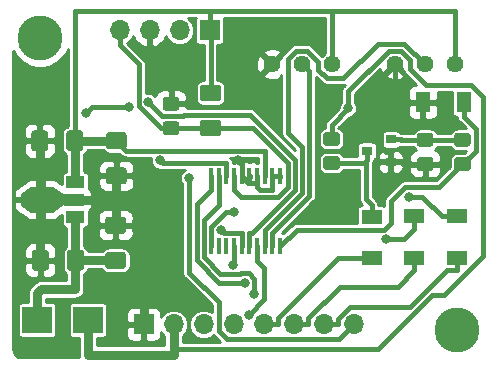
<source format=gbr>
%TF.GenerationSoftware,KiCad,Pcbnew,(5.1.4-0-10_14)*%
%TF.CreationDate,2019-08-17T10:21:19+03:00*%
%TF.ProjectId,Cooler_routed,436f6f6c-6572-45f7-926f-757465642e6b,rev?*%
%TF.SameCoordinates,Original*%
%TF.FileFunction,Copper,L2,Bot*%
%TF.FilePolarity,Positive*%
%FSLAX46Y46*%
G04 Gerber Fmt 4.6, Leading zero omitted, Abs format (unit mm)*
G04 Created by KiCad (PCBNEW (5.1.4-0-10_14)) date 2019-08-17 10:21:19*
%MOMM*%
%LPD*%
G04 APERTURE LIST*
%TA.AperFunction,Conductor*%
%ADD10C,0.150000*%
%TD*%
%TA.AperFunction,SMDPad,CuDef*%
%ADD11C,1.425000*%
%TD*%
%TA.AperFunction,SMDPad,CuDef*%
%ADD12R,2.500000X2.300000*%
%TD*%
%TA.AperFunction,SMDPad,CuDef*%
%ADD13C,0.850000*%
%TD*%
%TA.AperFunction,SMDPad,CuDef*%
%ADD14R,1.500000X1.000000*%
%TD*%
%TA.AperFunction,SMDPad,CuDef*%
%ADD15R,1.800000X1.000000*%
%TD*%
%TA.AperFunction,SMDPad,CuDef*%
%ADD16R,1.840000X2.200000*%
%TD*%
%TA.AperFunction,SMDPad,CuDef*%
%ADD17C,1.000000*%
%TD*%
%TA.AperFunction,ComponentPad*%
%ADD18R,1.700000X1.700000*%
%TD*%
%TA.AperFunction,ComponentPad*%
%ADD19O,1.700000X1.700000*%
%TD*%
%TA.AperFunction,SMDPad,CuDef*%
%ADD20R,0.450000X1.450000*%
%TD*%
%TA.AperFunction,SMDPad,CuDef*%
%ADD21C,1.150000*%
%TD*%
%TA.AperFunction,ComponentPad*%
%ADD22C,3.800000*%
%TD*%
%TA.AperFunction,SMDPad,CuDef*%
%ADD23R,1.700000X1.300000*%
%TD*%
%TA.AperFunction,ComponentPad*%
%ADD24C,1.440000*%
%TD*%
%TA.AperFunction,SMDPad,CuDef*%
%ADD25R,0.900000X0.800000*%
%TD*%
%TA.AperFunction,SMDPad,CuDef*%
%ADD26R,1.300000X1.700000*%
%TD*%
%TA.AperFunction,ViaPad*%
%ADD27C,0.800000*%
%TD*%
%TA.AperFunction,Conductor*%
%ADD28C,0.400000*%
%TD*%
%TA.AperFunction,Conductor*%
%ADD29C,0.800000*%
%TD*%
%TA.AperFunction,Conductor*%
%ADD30C,0.254000*%
%TD*%
G04 APERTURE END LIST*
D10*
%TO.N,GND*%
%TO.C,C1*%
G36*
X193625504Y-94706404D02*
G01*
X193649773Y-94710004D01*
X193673571Y-94715965D01*
X193696671Y-94724230D01*
X193718849Y-94734720D01*
X193739893Y-94747333D01*
X193759598Y-94761947D01*
X193777777Y-94778423D01*
X193794253Y-94796602D01*
X193808867Y-94816307D01*
X193821480Y-94837351D01*
X193831970Y-94859529D01*
X193840235Y-94882629D01*
X193846196Y-94906427D01*
X193849796Y-94930696D01*
X193851000Y-94955200D01*
X193851000Y-96205200D01*
X193849796Y-96229704D01*
X193846196Y-96253973D01*
X193840235Y-96277771D01*
X193831970Y-96300871D01*
X193821480Y-96323049D01*
X193808867Y-96344093D01*
X193794253Y-96363798D01*
X193777777Y-96381977D01*
X193759598Y-96398453D01*
X193739893Y-96413067D01*
X193718849Y-96425680D01*
X193696671Y-96436170D01*
X193673571Y-96444435D01*
X193649773Y-96450396D01*
X193625504Y-96453996D01*
X193601000Y-96455200D01*
X192676000Y-96455200D01*
X192651496Y-96453996D01*
X192627227Y-96450396D01*
X192603429Y-96444435D01*
X192580329Y-96436170D01*
X192558151Y-96425680D01*
X192537107Y-96413067D01*
X192517402Y-96398453D01*
X192499223Y-96381977D01*
X192482747Y-96363798D01*
X192468133Y-96344093D01*
X192455520Y-96323049D01*
X192445030Y-96300871D01*
X192436765Y-96277771D01*
X192430804Y-96253973D01*
X192427204Y-96229704D01*
X192426000Y-96205200D01*
X192426000Y-94955200D01*
X192427204Y-94930696D01*
X192430804Y-94906427D01*
X192436765Y-94882629D01*
X192445030Y-94859529D01*
X192455520Y-94837351D01*
X192468133Y-94816307D01*
X192482747Y-94796602D01*
X192499223Y-94778423D01*
X192517402Y-94761947D01*
X192537107Y-94747333D01*
X192558151Y-94734720D01*
X192580329Y-94724230D01*
X192603429Y-94715965D01*
X192627227Y-94710004D01*
X192651496Y-94706404D01*
X192676000Y-94705200D01*
X193601000Y-94705200D01*
X193625504Y-94706404D01*
X193625504Y-94706404D01*
G37*
D11*
%TD*%
%TO.P,C1,1*%
%TO.N,GND*%
X193138500Y-95580200D03*
D10*
%TO.N,+3V3*%
%TO.C,C1*%
G36*
X196600504Y-94706404D02*
G01*
X196624773Y-94710004D01*
X196648571Y-94715965D01*
X196671671Y-94724230D01*
X196693849Y-94734720D01*
X196714893Y-94747333D01*
X196734598Y-94761947D01*
X196752777Y-94778423D01*
X196769253Y-94796602D01*
X196783867Y-94816307D01*
X196796480Y-94837351D01*
X196806970Y-94859529D01*
X196815235Y-94882629D01*
X196821196Y-94906427D01*
X196824796Y-94930696D01*
X196826000Y-94955200D01*
X196826000Y-96205200D01*
X196824796Y-96229704D01*
X196821196Y-96253973D01*
X196815235Y-96277771D01*
X196806970Y-96300871D01*
X196796480Y-96323049D01*
X196783867Y-96344093D01*
X196769253Y-96363798D01*
X196752777Y-96381977D01*
X196734598Y-96398453D01*
X196714893Y-96413067D01*
X196693849Y-96425680D01*
X196671671Y-96436170D01*
X196648571Y-96444435D01*
X196624773Y-96450396D01*
X196600504Y-96453996D01*
X196576000Y-96455200D01*
X195651000Y-96455200D01*
X195626496Y-96453996D01*
X195602227Y-96450396D01*
X195578429Y-96444435D01*
X195555329Y-96436170D01*
X195533151Y-96425680D01*
X195512107Y-96413067D01*
X195492402Y-96398453D01*
X195474223Y-96381977D01*
X195457747Y-96363798D01*
X195443133Y-96344093D01*
X195430520Y-96323049D01*
X195420030Y-96300871D01*
X195411765Y-96277771D01*
X195405804Y-96253973D01*
X195402204Y-96229704D01*
X195401000Y-96205200D01*
X195401000Y-94955200D01*
X195402204Y-94930696D01*
X195405804Y-94906427D01*
X195411765Y-94882629D01*
X195420030Y-94859529D01*
X195430520Y-94837351D01*
X195443133Y-94816307D01*
X195457747Y-94796602D01*
X195474223Y-94778423D01*
X195492402Y-94761947D01*
X195512107Y-94747333D01*
X195533151Y-94734720D01*
X195555329Y-94724230D01*
X195578429Y-94715965D01*
X195602227Y-94710004D01*
X195626496Y-94706404D01*
X195651000Y-94705200D01*
X196576000Y-94705200D01*
X196600504Y-94706404D01*
X196600504Y-94706404D01*
G37*
D11*
%TD*%
%TO.P,C1,2*%
%TO.N,+3V3*%
X196113500Y-95580200D03*
D10*
%TO.N,Net-(C2-Pad2)*%
%TO.C,C2*%
G36*
X196651504Y-104815204D02*
G01*
X196675773Y-104818804D01*
X196699571Y-104824765D01*
X196722671Y-104833030D01*
X196744849Y-104843520D01*
X196765893Y-104856133D01*
X196785598Y-104870747D01*
X196803777Y-104887223D01*
X196820253Y-104905402D01*
X196834867Y-104925107D01*
X196847480Y-104946151D01*
X196857970Y-104968329D01*
X196866235Y-104991429D01*
X196872196Y-105015227D01*
X196875796Y-105039496D01*
X196877000Y-105064000D01*
X196877000Y-106314000D01*
X196875796Y-106338504D01*
X196872196Y-106362773D01*
X196866235Y-106386571D01*
X196857970Y-106409671D01*
X196847480Y-106431849D01*
X196834867Y-106452893D01*
X196820253Y-106472598D01*
X196803777Y-106490777D01*
X196785598Y-106507253D01*
X196765893Y-106521867D01*
X196744849Y-106534480D01*
X196722671Y-106544970D01*
X196699571Y-106553235D01*
X196675773Y-106559196D01*
X196651504Y-106562796D01*
X196627000Y-106564000D01*
X195702000Y-106564000D01*
X195677496Y-106562796D01*
X195653227Y-106559196D01*
X195629429Y-106553235D01*
X195606329Y-106544970D01*
X195584151Y-106534480D01*
X195563107Y-106521867D01*
X195543402Y-106507253D01*
X195525223Y-106490777D01*
X195508747Y-106472598D01*
X195494133Y-106452893D01*
X195481520Y-106431849D01*
X195471030Y-106409671D01*
X195462765Y-106386571D01*
X195456804Y-106362773D01*
X195453204Y-106338504D01*
X195452000Y-106314000D01*
X195452000Y-105064000D01*
X195453204Y-105039496D01*
X195456804Y-105015227D01*
X195462765Y-104991429D01*
X195471030Y-104968329D01*
X195481520Y-104946151D01*
X195494133Y-104925107D01*
X195508747Y-104905402D01*
X195525223Y-104887223D01*
X195543402Y-104870747D01*
X195563107Y-104856133D01*
X195584151Y-104843520D01*
X195606329Y-104833030D01*
X195629429Y-104824765D01*
X195653227Y-104818804D01*
X195677496Y-104815204D01*
X195702000Y-104814000D01*
X196627000Y-104814000D01*
X196651504Y-104815204D01*
X196651504Y-104815204D01*
G37*
D11*
%TD*%
%TO.P,C2,2*%
%TO.N,Net-(C2-Pad2)*%
X196164500Y-105689000D03*
D10*
%TO.N,GND*%
%TO.C,C2*%
G36*
X193676504Y-104815204D02*
G01*
X193700773Y-104818804D01*
X193724571Y-104824765D01*
X193747671Y-104833030D01*
X193769849Y-104843520D01*
X193790893Y-104856133D01*
X193810598Y-104870747D01*
X193828777Y-104887223D01*
X193845253Y-104905402D01*
X193859867Y-104925107D01*
X193872480Y-104946151D01*
X193882970Y-104968329D01*
X193891235Y-104991429D01*
X193897196Y-105015227D01*
X193900796Y-105039496D01*
X193902000Y-105064000D01*
X193902000Y-106314000D01*
X193900796Y-106338504D01*
X193897196Y-106362773D01*
X193891235Y-106386571D01*
X193882970Y-106409671D01*
X193872480Y-106431849D01*
X193859867Y-106452893D01*
X193845253Y-106472598D01*
X193828777Y-106490777D01*
X193810598Y-106507253D01*
X193790893Y-106521867D01*
X193769849Y-106534480D01*
X193747671Y-106544970D01*
X193724571Y-106553235D01*
X193700773Y-106559196D01*
X193676504Y-106562796D01*
X193652000Y-106564000D01*
X192727000Y-106564000D01*
X192702496Y-106562796D01*
X192678227Y-106559196D01*
X192654429Y-106553235D01*
X192631329Y-106544970D01*
X192609151Y-106534480D01*
X192588107Y-106521867D01*
X192568402Y-106507253D01*
X192550223Y-106490777D01*
X192533747Y-106472598D01*
X192519133Y-106452893D01*
X192506520Y-106431849D01*
X192496030Y-106409671D01*
X192487765Y-106386571D01*
X192481804Y-106362773D01*
X192478204Y-106338504D01*
X192477000Y-106314000D01*
X192477000Y-105064000D01*
X192478204Y-105039496D01*
X192481804Y-105015227D01*
X192487765Y-104991429D01*
X192496030Y-104968329D01*
X192506520Y-104946151D01*
X192519133Y-104925107D01*
X192533747Y-104905402D01*
X192550223Y-104887223D01*
X192568402Y-104870747D01*
X192588107Y-104856133D01*
X192609151Y-104843520D01*
X192631329Y-104833030D01*
X192654429Y-104824765D01*
X192678227Y-104818804D01*
X192702496Y-104815204D01*
X192727000Y-104814000D01*
X193652000Y-104814000D01*
X193676504Y-104815204D01*
X193676504Y-104815204D01*
G37*
D11*
%TD*%
%TO.P,C2,1*%
%TO.N,GND*%
X193189500Y-105689000D03*
D12*
%TO.P,D1,1*%
%TO.N,Net-(C2-Pad2)*%
X192922000Y-110744000D03*
%TO.P,D1,2*%
%TO.N,16V_DRV*%
X197222000Y-110744000D03*
%TD*%
D13*
%TO.P,U2,2*%
%TO.N,GND*%
X191999000Y-100559000D03*
D10*
%TD*%
%TO.N,GND*%
%TO.C,U2*%
G36*
X191574000Y-100059000D02*
G01*
X192424000Y-99459000D01*
X192424000Y-101659000D01*
X191574000Y-101059000D01*
X191574000Y-100059000D01*
X191574000Y-100059000D01*
G37*
D14*
%TO.P,U2,1*%
%TO.N,+3V3*%
X196146000Y-99059000D03*
D15*
%TO.P,U2,2*%
%TO.N,GND*%
X195999500Y-100559000D03*
D14*
%TO.P,U2,3*%
%TO.N,Net-(C2-Pad2)*%
X196146000Y-102059000D03*
D16*
%TO.P,U2,2*%
%TO.N,GND*%
X193332500Y-100559000D03*
D17*
X194742200Y-100559000D03*
D10*
%TD*%
%TO.N,GND*%
%TO.C,U2*%
G36*
X195242200Y-100959000D02*
G01*
X194242200Y-101659000D01*
X194242200Y-99459000D01*
X195242200Y-100159000D01*
X195242200Y-100959000D01*
X195242200Y-100959000D01*
G37*
D18*
%TO.P,J3,1*%
%TO.N,+3V3*%
X207518000Y-86233000D03*
D19*
%TO.P,J3,2*%
%TO.N,SWIM*%
X204978000Y-86233000D03*
%TO.P,J3,3*%
%TO.N,GND*%
X202438000Y-86233000D03*
%TO.P,J3,4*%
%TO.N,NRST*%
X199898000Y-86233000D03*
%TD*%
D20*
%TO.P,U3,1*%
%TO.N,CMD_COOLER1*%
X207641000Y-98603000D03*
%TO.P,U3,2*%
%TO.N,CMD_COOLER2*%
X208291000Y-98603000D03*
%TO.P,U3,3*%
%TO.N,SWIM*%
X208941000Y-98603000D03*
%TO.P,U3,4*%
%TO.N,NRST*%
X209591000Y-98603000D03*
%TO.P,U3,5*%
%TO.N,GND*%
X210241000Y-98603000D03*
%TO.P,U3,6*%
X210891000Y-98603000D03*
%TO.P,U3,7*%
X211541000Y-98603000D03*
%TO.P,U3,8*%
%TO.N,+3V3*%
X212191000Y-98603000D03*
%TO.P,U3,9*%
%TO.N,GND*%
X212841000Y-98603000D03*
%TO.P,U3,10*%
X213491000Y-98603000D03*
%TO.P,U3,11*%
%TO.N,CMD_COOLER0*%
X213491000Y-104503000D03*
%TO.P,U3,12*%
%TO.N,Sense2*%
X212841000Y-104503000D03*
%TO.P,U3,13*%
%TO.N,Sense1*%
X212191000Y-104503000D03*
%TO.P,U3,14*%
%TO.N,LED_TEMP*%
X211541000Y-104503000D03*
%TO.P,U3,15*%
%TO.N,LED_POWER*%
X210891000Y-104503000D03*
%TO.P,U3,16*%
%TO.N,Net-(C5-Pad2)*%
X210241000Y-104503000D03*
%TO.P,U3,17*%
%TO.N,Net-(C7-Pad2)*%
X209591000Y-104503000D03*
%TO.P,U3,18*%
%TO.N,N/C*%
X208941000Y-104503000D03*
%TO.P,U3,19*%
X208291000Y-104503000D03*
%TO.P,U3,20*%
%TO.N,Net-(C8-Pad2)*%
X207641000Y-104503000D03*
%TD*%
D10*
%TO.N,GND*%
%TO.C,C3*%
G36*
X200217504Y-102017204D02*
G01*
X200241773Y-102020804D01*
X200265571Y-102026765D01*
X200288671Y-102035030D01*
X200310849Y-102045520D01*
X200331893Y-102058133D01*
X200351598Y-102072747D01*
X200369777Y-102089223D01*
X200386253Y-102107402D01*
X200400867Y-102127107D01*
X200413480Y-102148151D01*
X200423970Y-102170329D01*
X200432235Y-102193429D01*
X200438196Y-102217227D01*
X200441796Y-102241496D01*
X200443000Y-102266000D01*
X200443000Y-103191000D01*
X200441796Y-103215504D01*
X200438196Y-103239773D01*
X200432235Y-103263571D01*
X200423970Y-103286671D01*
X200413480Y-103308849D01*
X200400867Y-103329893D01*
X200386253Y-103349598D01*
X200369777Y-103367777D01*
X200351598Y-103384253D01*
X200331893Y-103398867D01*
X200310849Y-103411480D01*
X200288671Y-103421970D01*
X200265571Y-103430235D01*
X200241773Y-103436196D01*
X200217504Y-103439796D01*
X200193000Y-103441000D01*
X198943000Y-103441000D01*
X198918496Y-103439796D01*
X198894227Y-103436196D01*
X198870429Y-103430235D01*
X198847329Y-103421970D01*
X198825151Y-103411480D01*
X198804107Y-103398867D01*
X198784402Y-103384253D01*
X198766223Y-103367777D01*
X198749747Y-103349598D01*
X198735133Y-103329893D01*
X198722520Y-103308849D01*
X198712030Y-103286671D01*
X198703765Y-103263571D01*
X198697804Y-103239773D01*
X198694204Y-103215504D01*
X198693000Y-103191000D01*
X198693000Y-102266000D01*
X198694204Y-102241496D01*
X198697804Y-102217227D01*
X198703765Y-102193429D01*
X198712030Y-102170329D01*
X198722520Y-102148151D01*
X198735133Y-102127107D01*
X198749747Y-102107402D01*
X198766223Y-102089223D01*
X198784402Y-102072747D01*
X198804107Y-102058133D01*
X198825151Y-102045520D01*
X198847329Y-102035030D01*
X198870429Y-102026765D01*
X198894227Y-102020804D01*
X198918496Y-102017204D01*
X198943000Y-102016000D01*
X200193000Y-102016000D01*
X200217504Y-102017204D01*
X200217504Y-102017204D01*
G37*
D11*
%TD*%
%TO.P,C3,1*%
%TO.N,GND*%
X199568000Y-102728500D03*
D10*
%TO.N,Net-(C2-Pad2)*%
%TO.C,C3*%
G36*
X200217504Y-104992204D02*
G01*
X200241773Y-104995804D01*
X200265571Y-105001765D01*
X200288671Y-105010030D01*
X200310849Y-105020520D01*
X200331893Y-105033133D01*
X200351598Y-105047747D01*
X200369777Y-105064223D01*
X200386253Y-105082402D01*
X200400867Y-105102107D01*
X200413480Y-105123151D01*
X200423970Y-105145329D01*
X200432235Y-105168429D01*
X200438196Y-105192227D01*
X200441796Y-105216496D01*
X200443000Y-105241000D01*
X200443000Y-106166000D01*
X200441796Y-106190504D01*
X200438196Y-106214773D01*
X200432235Y-106238571D01*
X200423970Y-106261671D01*
X200413480Y-106283849D01*
X200400867Y-106304893D01*
X200386253Y-106324598D01*
X200369777Y-106342777D01*
X200351598Y-106359253D01*
X200331893Y-106373867D01*
X200310849Y-106386480D01*
X200288671Y-106396970D01*
X200265571Y-106405235D01*
X200241773Y-106411196D01*
X200217504Y-106414796D01*
X200193000Y-106416000D01*
X198943000Y-106416000D01*
X198918496Y-106414796D01*
X198894227Y-106411196D01*
X198870429Y-106405235D01*
X198847329Y-106396970D01*
X198825151Y-106386480D01*
X198804107Y-106373867D01*
X198784402Y-106359253D01*
X198766223Y-106342777D01*
X198749747Y-106324598D01*
X198735133Y-106304893D01*
X198722520Y-106283849D01*
X198712030Y-106261671D01*
X198703765Y-106238571D01*
X198697804Y-106214773D01*
X198694204Y-106190504D01*
X198693000Y-106166000D01*
X198693000Y-105241000D01*
X198694204Y-105216496D01*
X198697804Y-105192227D01*
X198703765Y-105168429D01*
X198712030Y-105145329D01*
X198722520Y-105123151D01*
X198735133Y-105102107D01*
X198749747Y-105082402D01*
X198766223Y-105064223D01*
X198784402Y-105047747D01*
X198804107Y-105033133D01*
X198825151Y-105020520D01*
X198847329Y-105010030D01*
X198870429Y-105001765D01*
X198894227Y-104995804D01*
X198918496Y-104992204D01*
X198943000Y-104991000D01*
X200193000Y-104991000D01*
X200217504Y-104992204D01*
X200217504Y-104992204D01*
G37*
D11*
%TD*%
%TO.P,C3,2*%
%TO.N,Net-(C2-Pad2)*%
X199568000Y-105703500D03*
D10*
%TO.N,+3V3*%
%TO.C,C4*%
G36*
X208256504Y-90816004D02*
G01*
X208280773Y-90819604D01*
X208304571Y-90825565D01*
X208327671Y-90833830D01*
X208349849Y-90844320D01*
X208370893Y-90856933D01*
X208390598Y-90871547D01*
X208408777Y-90888023D01*
X208425253Y-90906202D01*
X208439867Y-90925907D01*
X208452480Y-90946951D01*
X208462970Y-90969129D01*
X208471235Y-90992229D01*
X208477196Y-91016027D01*
X208480796Y-91040296D01*
X208482000Y-91064800D01*
X208482000Y-91989800D01*
X208480796Y-92014304D01*
X208477196Y-92038573D01*
X208471235Y-92062371D01*
X208462970Y-92085471D01*
X208452480Y-92107649D01*
X208439867Y-92128693D01*
X208425253Y-92148398D01*
X208408777Y-92166577D01*
X208390598Y-92183053D01*
X208370893Y-92197667D01*
X208349849Y-92210280D01*
X208327671Y-92220770D01*
X208304571Y-92229035D01*
X208280773Y-92234996D01*
X208256504Y-92238596D01*
X208232000Y-92239800D01*
X206982000Y-92239800D01*
X206957496Y-92238596D01*
X206933227Y-92234996D01*
X206909429Y-92229035D01*
X206886329Y-92220770D01*
X206864151Y-92210280D01*
X206843107Y-92197667D01*
X206823402Y-92183053D01*
X206805223Y-92166577D01*
X206788747Y-92148398D01*
X206774133Y-92128693D01*
X206761520Y-92107649D01*
X206751030Y-92085471D01*
X206742765Y-92062371D01*
X206736804Y-92038573D01*
X206733204Y-92014304D01*
X206732000Y-91989800D01*
X206732000Y-91064800D01*
X206733204Y-91040296D01*
X206736804Y-91016027D01*
X206742765Y-90992229D01*
X206751030Y-90969129D01*
X206761520Y-90946951D01*
X206774133Y-90925907D01*
X206788747Y-90906202D01*
X206805223Y-90888023D01*
X206823402Y-90871547D01*
X206843107Y-90856933D01*
X206864151Y-90844320D01*
X206886329Y-90833830D01*
X206909429Y-90825565D01*
X206933227Y-90819604D01*
X206957496Y-90816004D01*
X206982000Y-90814800D01*
X208232000Y-90814800D01*
X208256504Y-90816004D01*
X208256504Y-90816004D01*
G37*
D11*
%TD*%
%TO.P,C4,2*%
%TO.N,+3V3*%
X207607000Y-91527300D03*
D10*
%TO.N,NRST*%
%TO.C,C4*%
G36*
X208256504Y-93791004D02*
G01*
X208280773Y-93794604D01*
X208304571Y-93800565D01*
X208327671Y-93808830D01*
X208349849Y-93819320D01*
X208370893Y-93831933D01*
X208390598Y-93846547D01*
X208408777Y-93863023D01*
X208425253Y-93881202D01*
X208439867Y-93900907D01*
X208452480Y-93921951D01*
X208462970Y-93944129D01*
X208471235Y-93967229D01*
X208477196Y-93991027D01*
X208480796Y-94015296D01*
X208482000Y-94039800D01*
X208482000Y-94964800D01*
X208480796Y-94989304D01*
X208477196Y-95013573D01*
X208471235Y-95037371D01*
X208462970Y-95060471D01*
X208452480Y-95082649D01*
X208439867Y-95103693D01*
X208425253Y-95123398D01*
X208408777Y-95141577D01*
X208390598Y-95158053D01*
X208370893Y-95172667D01*
X208349849Y-95185280D01*
X208327671Y-95195770D01*
X208304571Y-95204035D01*
X208280773Y-95209996D01*
X208256504Y-95213596D01*
X208232000Y-95214800D01*
X206982000Y-95214800D01*
X206957496Y-95213596D01*
X206933227Y-95209996D01*
X206909429Y-95204035D01*
X206886329Y-95195770D01*
X206864151Y-95185280D01*
X206843107Y-95172667D01*
X206823402Y-95158053D01*
X206805223Y-95141577D01*
X206788747Y-95123398D01*
X206774133Y-95103693D01*
X206761520Y-95082649D01*
X206751030Y-95060471D01*
X206742765Y-95037371D01*
X206736804Y-95013573D01*
X206733204Y-94989304D01*
X206732000Y-94964800D01*
X206732000Y-94039800D01*
X206733204Y-94015296D01*
X206736804Y-93991027D01*
X206742765Y-93967229D01*
X206751030Y-93944129D01*
X206761520Y-93921951D01*
X206774133Y-93900907D01*
X206788747Y-93881202D01*
X206805223Y-93863023D01*
X206823402Y-93846547D01*
X206843107Y-93831933D01*
X206864151Y-93819320D01*
X206886329Y-93808830D01*
X206909429Y-93800565D01*
X206933227Y-93794604D01*
X206957496Y-93791004D01*
X206982000Y-93789800D01*
X208232000Y-93789800D01*
X208256504Y-93791004D01*
X208256504Y-93791004D01*
G37*
D11*
%TD*%
%TO.P,C4,1*%
%TO.N,NRST*%
X207607000Y-94502300D03*
D10*
%TO.N,+3V3*%
%TO.C,C6*%
G36*
X200268504Y-94854604D02*
G01*
X200292773Y-94858204D01*
X200316571Y-94864165D01*
X200339671Y-94872430D01*
X200361849Y-94882920D01*
X200382893Y-94895533D01*
X200402598Y-94910147D01*
X200420777Y-94926623D01*
X200437253Y-94944802D01*
X200451867Y-94964507D01*
X200464480Y-94985551D01*
X200474970Y-95007729D01*
X200483235Y-95030829D01*
X200489196Y-95054627D01*
X200492796Y-95078896D01*
X200494000Y-95103400D01*
X200494000Y-96028400D01*
X200492796Y-96052904D01*
X200489196Y-96077173D01*
X200483235Y-96100971D01*
X200474970Y-96124071D01*
X200464480Y-96146249D01*
X200451867Y-96167293D01*
X200437253Y-96186998D01*
X200420777Y-96205177D01*
X200402598Y-96221653D01*
X200382893Y-96236267D01*
X200361849Y-96248880D01*
X200339671Y-96259370D01*
X200316571Y-96267635D01*
X200292773Y-96273596D01*
X200268504Y-96277196D01*
X200244000Y-96278400D01*
X198994000Y-96278400D01*
X198969496Y-96277196D01*
X198945227Y-96273596D01*
X198921429Y-96267635D01*
X198898329Y-96259370D01*
X198876151Y-96248880D01*
X198855107Y-96236267D01*
X198835402Y-96221653D01*
X198817223Y-96205177D01*
X198800747Y-96186998D01*
X198786133Y-96167293D01*
X198773520Y-96146249D01*
X198763030Y-96124071D01*
X198754765Y-96100971D01*
X198748804Y-96077173D01*
X198745204Y-96052904D01*
X198744000Y-96028400D01*
X198744000Y-95103400D01*
X198745204Y-95078896D01*
X198748804Y-95054627D01*
X198754765Y-95030829D01*
X198763030Y-95007729D01*
X198773520Y-94985551D01*
X198786133Y-94964507D01*
X198800747Y-94944802D01*
X198817223Y-94926623D01*
X198835402Y-94910147D01*
X198855107Y-94895533D01*
X198876151Y-94882920D01*
X198898329Y-94872430D01*
X198921429Y-94864165D01*
X198945227Y-94858204D01*
X198969496Y-94854604D01*
X198994000Y-94853400D01*
X200244000Y-94853400D01*
X200268504Y-94854604D01*
X200268504Y-94854604D01*
G37*
D11*
%TD*%
%TO.P,C6,2*%
%TO.N,+3V3*%
X199619000Y-95565900D03*
D10*
%TO.N,GND*%
%TO.C,C6*%
G36*
X200268504Y-97829604D02*
G01*
X200292773Y-97833204D01*
X200316571Y-97839165D01*
X200339671Y-97847430D01*
X200361849Y-97857920D01*
X200382893Y-97870533D01*
X200402598Y-97885147D01*
X200420777Y-97901623D01*
X200437253Y-97919802D01*
X200451867Y-97939507D01*
X200464480Y-97960551D01*
X200474970Y-97982729D01*
X200483235Y-98005829D01*
X200489196Y-98029627D01*
X200492796Y-98053896D01*
X200494000Y-98078400D01*
X200494000Y-99003400D01*
X200492796Y-99027904D01*
X200489196Y-99052173D01*
X200483235Y-99075971D01*
X200474970Y-99099071D01*
X200464480Y-99121249D01*
X200451867Y-99142293D01*
X200437253Y-99161998D01*
X200420777Y-99180177D01*
X200402598Y-99196653D01*
X200382893Y-99211267D01*
X200361849Y-99223880D01*
X200339671Y-99234370D01*
X200316571Y-99242635D01*
X200292773Y-99248596D01*
X200268504Y-99252196D01*
X200244000Y-99253400D01*
X198994000Y-99253400D01*
X198969496Y-99252196D01*
X198945227Y-99248596D01*
X198921429Y-99242635D01*
X198898329Y-99234370D01*
X198876151Y-99223880D01*
X198855107Y-99211267D01*
X198835402Y-99196653D01*
X198817223Y-99180177D01*
X198800747Y-99161998D01*
X198786133Y-99142293D01*
X198773520Y-99121249D01*
X198763030Y-99099071D01*
X198754765Y-99075971D01*
X198748804Y-99052173D01*
X198745204Y-99027904D01*
X198744000Y-99003400D01*
X198744000Y-98078400D01*
X198745204Y-98053896D01*
X198748804Y-98029627D01*
X198754765Y-98005829D01*
X198763030Y-97982729D01*
X198773520Y-97960551D01*
X198786133Y-97939507D01*
X198800747Y-97919802D01*
X198817223Y-97901623D01*
X198835402Y-97885147D01*
X198855107Y-97870533D01*
X198876151Y-97857920D01*
X198898329Y-97847430D01*
X198921429Y-97839165D01*
X198945227Y-97833204D01*
X198969496Y-97829604D01*
X198994000Y-97828400D01*
X200244000Y-97828400D01*
X200268504Y-97829604D01*
X200268504Y-97829604D01*
G37*
D11*
%TD*%
%TO.P,C6,1*%
%TO.N,GND*%
X199619000Y-98540900D03*
D10*
%TO.N,GND*%
%TO.C,R2*%
G36*
X204728505Y-91873204D02*
G01*
X204752773Y-91876804D01*
X204776572Y-91882765D01*
X204799671Y-91891030D01*
X204821850Y-91901520D01*
X204842893Y-91914132D01*
X204862599Y-91928747D01*
X204880777Y-91945223D01*
X204897253Y-91963401D01*
X204911868Y-91983107D01*
X204924480Y-92004150D01*
X204934970Y-92026329D01*
X204943235Y-92049428D01*
X204949196Y-92073227D01*
X204952796Y-92097495D01*
X204954000Y-92121999D01*
X204954000Y-92772001D01*
X204952796Y-92796505D01*
X204949196Y-92820773D01*
X204943235Y-92844572D01*
X204934970Y-92867671D01*
X204924480Y-92889850D01*
X204911868Y-92910893D01*
X204897253Y-92930599D01*
X204880777Y-92948777D01*
X204862599Y-92965253D01*
X204842893Y-92979868D01*
X204821850Y-92992480D01*
X204799671Y-93002970D01*
X204776572Y-93011235D01*
X204752773Y-93017196D01*
X204728505Y-93020796D01*
X204704001Y-93022000D01*
X203803999Y-93022000D01*
X203779495Y-93020796D01*
X203755227Y-93017196D01*
X203731428Y-93011235D01*
X203708329Y-93002970D01*
X203686150Y-92992480D01*
X203665107Y-92979868D01*
X203645401Y-92965253D01*
X203627223Y-92948777D01*
X203610747Y-92930599D01*
X203596132Y-92910893D01*
X203583520Y-92889850D01*
X203573030Y-92867671D01*
X203564765Y-92844572D01*
X203558804Y-92820773D01*
X203555204Y-92796505D01*
X203554000Y-92772001D01*
X203554000Y-92121999D01*
X203555204Y-92097495D01*
X203558804Y-92073227D01*
X203564765Y-92049428D01*
X203573030Y-92026329D01*
X203583520Y-92004150D01*
X203596132Y-91983107D01*
X203610747Y-91963401D01*
X203627223Y-91945223D01*
X203645401Y-91928747D01*
X203665107Y-91914132D01*
X203686150Y-91901520D01*
X203708329Y-91891030D01*
X203731428Y-91882765D01*
X203755227Y-91876804D01*
X203779495Y-91873204D01*
X203803999Y-91872000D01*
X204704001Y-91872000D01*
X204728505Y-91873204D01*
X204728505Y-91873204D01*
G37*
D21*
%TD*%
%TO.P,R2,2*%
%TO.N,GND*%
X204254000Y-92447000D03*
D10*
%TO.N,NRST*%
%TO.C,R2*%
G36*
X204728505Y-93923204D02*
G01*
X204752773Y-93926804D01*
X204776572Y-93932765D01*
X204799671Y-93941030D01*
X204821850Y-93951520D01*
X204842893Y-93964132D01*
X204862599Y-93978747D01*
X204880777Y-93995223D01*
X204897253Y-94013401D01*
X204911868Y-94033107D01*
X204924480Y-94054150D01*
X204934970Y-94076329D01*
X204943235Y-94099428D01*
X204949196Y-94123227D01*
X204952796Y-94147495D01*
X204954000Y-94171999D01*
X204954000Y-94822001D01*
X204952796Y-94846505D01*
X204949196Y-94870773D01*
X204943235Y-94894572D01*
X204934970Y-94917671D01*
X204924480Y-94939850D01*
X204911868Y-94960893D01*
X204897253Y-94980599D01*
X204880777Y-94998777D01*
X204862599Y-95015253D01*
X204842893Y-95029868D01*
X204821850Y-95042480D01*
X204799671Y-95052970D01*
X204776572Y-95061235D01*
X204752773Y-95067196D01*
X204728505Y-95070796D01*
X204704001Y-95072000D01*
X203803999Y-95072000D01*
X203779495Y-95070796D01*
X203755227Y-95067196D01*
X203731428Y-95061235D01*
X203708329Y-95052970D01*
X203686150Y-95042480D01*
X203665107Y-95029868D01*
X203645401Y-95015253D01*
X203627223Y-94998777D01*
X203610747Y-94980599D01*
X203596132Y-94960893D01*
X203583520Y-94939850D01*
X203573030Y-94917671D01*
X203564765Y-94894572D01*
X203558804Y-94870773D01*
X203555204Y-94846505D01*
X203554000Y-94822001D01*
X203554000Y-94171999D01*
X203555204Y-94147495D01*
X203558804Y-94123227D01*
X203564765Y-94099428D01*
X203573030Y-94076329D01*
X203583520Y-94054150D01*
X203596132Y-94033107D01*
X203610747Y-94013401D01*
X203627223Y-93995223D01*
X203645401Y-93978747D01*
X203665107Y-93964132D01*
X203686150Y-93951520D01*
X203708329Y-93941030D01*
X203731428Y-93932765D01*
X203755227Y-93926804D01*
X203779495Y-93923204D01*
X203803999Y-93922000D01*
X204704001Y-93922000D01*
X204728505Y-93923204D01*
X204728505Y-93923204D01*
G37*
D21*
%TD*%
%TO.P,R2,1*%
%TO.N,NRST*%
X204254000Y-94497000D03*
D18*
%TO.P,J4,1*%
%TO.N,GND*%
X201930000Y-111125000D03*
D19*
%TO.P,J4,2*%
%TO.N,16V_DRV*%
X204470000Y-111125000D03*
%TO.P,J4,3*%
%TO.N,TEMP_2*%
X207010000Y-111125000D03*
%TO.P,J4,4*%
%TO.N,POWER*%
X209550000Y-111125000D03*
%TO.P,J4,5*%
%TO.N,COOLER_CH0*%
X212090000Y-111125000D03*
%TO.P,J4,6*%
%TO.N,COOLER_CH1*%
X214630000Y-111125000D03*
%TO.P,J4,7*%
%TO.N,COOLER_CH2*%
X217170000Y-111125000D03*
%TO.P,J4,8*%
%TO.N,SHUTDOWN*%
X219710000Y-111125000D03*
%TD*%
D22*
%TO.P,H1,1*%
%TO.N,N/C*%
X193167000Y-86868000D03*
%TD*%
%TO.P,H2,1*%
%TO.N,N/C*%
X228473000Y-111633000D03*
%TD*%
D23*
%TO.P,D9,1*%
%TO.N,COOLER_CH2*%
X228435000Y-105484000D03*
%TO.P,D9,2*%
%TO.N,Net-(D9-Pad2)*%
X228435000Y-101984000D03*
%TD*%
%TO.P,D10,2*%
%TO.N,Net-(D10-Pad2)*%
X224854000Y-101986000D03*
%TO.P,D10,1*%
%TO.N,COOLER_CH1*%
X224854000Y-105486000D03*
%TD*%
D24*
%TO.P,Power1,3*%
%TO.N,GND*%
X223215000Y-89103200D03*
%TO.P,Power1,2*%
%TO.N,Sense1*%
X225755000Y-89103200D03*
%TO.P,Power1,1*%
%TO.N,+3V3*%
X228295000Y-89103200D03*
%TD*%
D25*
%TO.P,Q3,1*%
%TO.N,Net-(Q3-Pad1)*%
X222856000Y-95468400D03*
%TO.P,Q3,2*%
%TO.N,GND*%
X222856000Y-97368400D03*
%TO.P,Q3,3*%
%TO.N,Net-(D11-Pad2)*%
X220856000Y-96418400D03*
%TD*%
D10*
%TO.N,Net-(Q3-Pad1)*%
%TO.C,R16*%
G36*
X229392505Y-94921204D02*
G01*
X229416773Y-94924804D01*
X229440572Y-94930765D01*
X229463671Y-94939030D01*
X229485850Y-94949520D01*
X229506893Y-94962132D01*
X229526599Y-94976747D01*
X229544777Y-94993223D01*
X229561253Y-95011401D01*
X229575868Y-95031107D01*
X229588480Y-95052150D01*
X229598970Y-95074329D01*
X229607235Y-95097428D01*
X229613196Y-95121227D01*
X229616796Y-95145495D01*
X229618000Y-95169999D01*
X229618000Y-95820001D01*
X229616796Y-95844505D01*
X229613196Y-95868773D01*
X229607235Y-95892572D01*
X229598970Y-95915671D01*
X229588480Y-95937850D01*
X229575868Y-95958893D01*
X229561253Y-95978599D01*
X229544777Y-95996777D01*
X229526599Y-96013253D01*
X229506893Y-96027868D01*
X229485850Y-96040480D01*
X229463671Y-96050970D01*
X229440572Y-96059235D01*
X229416773Y-96065196D01*
X229392505Y-96068796D01*
X229368001Y-96070000D01*
X228467999Y-96070000D01*
X228443495Y-96068796D01*
X228419227Y-96065196D01*
X228395428Y-96059235D01*
X228372329Y-96050970D01*
X228350150Y-96040480D01*
X228329107Y-96027868D01*
X228309401Y-96013253D01*
X228291223Y-95996777D01*
X228274747Y-95978599D01*
X228260132Y-95958893D01*
X228247520Y-95937850D01*
X228237030Y-95915671D01*
X228228765Y-95892572D01*
X228222804Y-95868773D01*
X228219204Y-95844505D01*
X228218000Y-95820001D01*
X228218000Y-95169999D01*
X228219204Y-95145495D01*
X228222804Y-95121227D01*
X228228765Y-95097428D01*
X228237030Y-95074329D01*
X228247520Y-95052150D01*
X228260132Y-95031107D01*
X228274747Y-95011401D01*
X228291223Y-94993223D01*
X228309401Y-94976747D01*
X228329107Y-94962132D01*
X228350150Y-94949520D01*
X228372329Y-94939030D01*
X228395428Y-94930765D01*
X228419227Y-94924804D01*
X228443495Y-94921204D01*
X228467999Y-94920000D01*
X229368001Y-94920000D01*
X229392505Y-94921204D01*
X229392505Y-94921204D01*
G37*
D21*
%TD*%
%TO.P,R16,1*%
%TO.N,Net-(Q3-Pad1)*%
X228918000Y-95495000D03*
D10*
%TO.N,CMD_COOLER0*%
%TO.C,R16*%
G36*
X229392505Y-96971204D02*
G01*
X229416773Y-96974804D01*
X229440572Y-96980765D01*
X229463671Y-96989030D01*
X229485850Y-96999520D01*
X229506893Y-97012132D01*
X229526599Y-97026747D01*
X229544777Y-97043223D01*
X229561253Y-97061401D01*
X229575868Y-97081107D01*
X229588480Y-97102150D01*
X229598970Y-97124329D01*
X229607235Y-97147428D01*
X229613196Y-97171227D01*
X229616796Y-97195495D01*
X229618000Y-97219999D01*
X229618000Y-97870001D01*
X229616796Y-97894505D01*
X229613196Y-97918773D01*
X229607235Y-97942572D01*
X229598970Y-97965671D01*
X229588480Y-97987850D01*
X229575868Y-98008893D01*
X229561253Y-98028599D01*
X229544777Y-98046777D01*
X229526599Y-98063253D01*
X229506893Y-98077868D01*
X229485850Y-98090480D01*
X229463671Y-98100970D01*
X229440572Y-98109235D01*
X229416773Y-98115196D01*
X229392505Y-98118796D01*
X229368001Y-98120000D01*
X228467999Y-98120000D01*
X228443495Y-98118796D01*
X228419227Y-98115196D01*
X228395428Y-98109235D01*
X228372329Y-98100970D01*
X228350150Y-98090480D01*
X228329107Y-98077868D01*
X228309401Y-98063253D01*
X228291223Y-98046777D01*
X228274747Y-98028599D01*
X228260132Y-98008893D01*
X228247520Y-97987850D01*
X228237030Y-97965671D01*
X228228765Y-97942572D01*
X228222804Y-97918773D01*
X228219204Y-97894505D01*
X228218000Y-97870001D01*
X228218000Y-97219999D01*
X228219204Y-97195495D01*
X228222804Y-97171227D01*
X228228765Y-97147428D01*
X228237030Y-97124329D01*
X228247520Y-97102150D01*
X228260132Y-97081107D01*
X228274747Y-97061401D01*
X228291223Y-97043223D01*
X228309401Y-97026747D01*
X228329107Y-97012132D01*
X228350150Y-96999520D01*
X228372329Y-96989030D01*
X228395428Y-96980765D01*
X228419227Y-96974804D01*
X228443495Y-96971204D01*
X228467999Y-96970000D01*
X229368001Y-96970000D01*
X229392505Y-96971204D01*
X229392505Y-96971204D01*
G37*
D21*
%TD*%
%TO.P,R16,2*%
%TO.N,CMD_COOLER0*%
X228918000Y-97545000D03*
D10*
%TO.N,Net-(Q3-Pad1)*%
%TO.C,R17*%
G36*
X226242505Y-94921204D02*
G01*
X226266773Y-94924804D01*
X226290572Y-94930765D01*
X226313671Y-94939030D01*
X226335850Y-94949520D01*
X226356893Y-94962132D01*
X226376599Y-94976747D01*
X226394777Y-94993223D01*
X226411253Y-95011401D01*
X226425868Y-95031107D01*
X226438480Y-95052150D01*
X226448970Y-95074329D01*
X226457235Y-95097428D01*
X226463196Y-95121227D01*
X226466796Y-95145495D01*
X226468000Y-95169999D01*
X226468000Y-95820001D01*
X226466796Y-95844505D01*
X226463196Y-95868773D01*
X226457235Y-95892572D01*
X226448970Y-95915671D01*
X226438480Y-95937850D01*
X226425868Y-95958893D01*
X226411253Y-95978599D01*
X226394777Y-95996777D01*
X226376599Y-96013253D01*
X226356893Y-96027868D01*
X226335850Y-96040480D01*
X226313671Y-96050970D01*
X226290572Y-96059235D01*
X226266773Y-96065196D01*
X226242505Y-96068796D01*
X226218001Y-96070000D01*
X225317999Y-96070000D01*
X225293495Y-96068796D01*
X225269227Y-96065196D01*
X225245428Y-96059235D01*
X225222329Y-96050970D01*
X225200150Y-96040480D01*
X225179107Y-96027868D01*
X225159401Y-96013253D01*
X225141223Y-95996777D01*
X225124747Y-95978599D01*
X225110132Y-95958893D01*
X225097520Y-95937850D01*
X225087030Y-95915671D01*
X225078765Y-95892572D01*
X225072804Y-95868773D01*
X225069204Y-95844505D01*
X225068000Y-95820001D01*
X225068000Y-95169999D01*
X225069204Y-95145495D01*
X225072804Y-95121227D01*
X225078765Y-95097428D01*
X225087030Y-95074329D01*
X225097520Y-95052150D01*
X225110132Y-95031107D01*
X225124747Y-95011401D01*
X225141223Y-94993223D01*
X225159401Y-94976747D01*
X225179107Y-94962132D01*
X225200150Y-94949520D01*
X225222329Y-94939030D01*
X225245428Y-94930765D01*
X225269227Y-94924804D01*
X225293495Y-94921204D01*
X225317999Y-94920000D01*
X226218001Y-94920000D01*
X226242505Y-94921204D01*
X226242505Y-94921204D01*
G37*
D21*
%TD*%
%TO.P,R17,2*%
%TO.N,Net-(Q3-Pad1)*%
X225768000Y-95495000D03*
D10*
%TO.N,GND*%
%TO.C,R17*%
G36*
X226242505Y-96971204D02*
G01*
X226266773Y-96974804D01*
X226290572Y-96980765D01*
X226313671Y-96989030D01*
X226335850Y-96999520D01*
X226356893Y-97012132D01*
X226376599Y-97026747D01*
X226394777Y-97043223D01*
X226411253Y-97061401D01*
X226425868Y-97081107D01*
X226438480Y-97102150D01*
X226448970Y-97124329D01*
X226457235Y-97147428D01*
X226463196Y-97171227D01*
X226466796Y-97195495D01*
X226468000Y-97219999D01*
X226468000Y-97870001D01*
X226466796Y-97894505D01*
X226463196Y-97918773D01*
X226457235Y-97942572D01*
X226448970Y-97965671D01*
X226438480Y-97987850D01*
X226425868Y-98008893D01*
X226411253Y-98028599D01*
X226394777Y-98046777D01*
X226376599Y-98063253D01*
X226356893Y-98077868D01*
X226335850Y-98090480D01*
X226313671Y-98100970D01*
X226290572Y-98109235D01*
X226266773Y-98115196D01*
X226242505Y-98118796D01*
X226218001Y-98120000D01*
X225317999Y-98120000D01*
X225293495Y-98118796D01*
X225269227Y-98115196D01*
X225245428Y-98109235D01*
X225222329Y-98100970D01*
X225200150Y-98090480D01*
X225179107Y-98077868D01*
X225159401Y-98063253D01*
X225141223Y-98046777D01*
X225124747Y-98028599D01*
X225110132Y-98008893D01*
X225097520Y-97987850D01*
X225087030Y-97965671D01*
X225078765Y-97942572D01*
X225072804Y-97918773D01*
X225069204Y-97894505D01*
X225068000Y-97870001D01*
X225068000Y-97219999D01*
X225069204Y-97195495D01*
X225072804Y-97171227D01*
X225078765Y-97147428D01*
X225087030Y-97124329D01*
X225097520Y-97102150D01*
X225110132Y-97081107D01*
X225124747Y-97061401D01*
X225141223Y-97043223D01*
X225159401Y-97026747D01*
X225179107Y-97012132D01*
X225200150Y-96999520D01*
X225222329Y-96989030D01*
X225245428Y-96980765D01*
X225269227Y-96974804D01*
X225293495Y-96971204D01*
X225317999Y-96970000D01*
X226218001Y-96970000D01*
X226242505Y-96971204D01*
X226242505Y-96971204D01*
G37*
D21*
%TD*%
%TO.P,R17,1*%
%TO.N,GND*%
X225768000Y-97545000D03*
D10*
%TO.N,Net-(D11-Pad2)*%
%TO.C,R18*%
G36*
X218317505Y-96895004D02*
G01*
X218341773Y-96898604D01*
X218365572Y-96904565D01*
X218388671Y-96912830D01*
X218410850Y-96923320D01*
X218431893Y-96935932D01*
X218451599Y-96950547D01*
X218469777Y-96967023D01*
X218486253Y-96985201D01*
X218500868Y-97004907D01*
X218513480Y-97025950D01*
X218523970Y-97048129D01*
X218532235Y-97071228D01*
X218538196Y-97095027D01*
X218541796Y-97119295D01*
X218543000Y-97143799D01*
X218543000Y-97793801D01*
X218541796Y-97818305D01*
X218538196Y-97842573D01*
X218532235Y-97866372D01*
X218523970Y-97889471D01*
X218513480Y-97911650D01*
X218500868Y-97932693D01*
X218486253Y-97952399D01*
X218469777Y-97970577D01*
X218451599Y-97987053D01*
X218431893Y-98001668D01*
X218410850Y-98014280D01*
X218388671Y-98024770D01*
X218365572Y-98033035D01*
X218341773Y-98038996D01*
X218317505Y-98042596D01*
X218293001Y-98043800D01*
X217392999Y-98043800D01*
X217368495Y-98042596D01*
X217344227Y-98038996D01*
X217320428Y-98033035D01*
X217297329Y-98024770D01*
X217275150Y-98014280D01*
X217254107Y-98001668D01*
X217234401Y-97987053D01*
X217216223Y-97970577D01*
X217199747Y-97952399D01*
X217185132Y-97932693D01*
X217172520Y-97911650D01*
X217162030Y-97889471D01*
X217153765Y-97866372D01*
X217147804Y-97842573D01*
X217144204Y-97818305D01*
X217143000Y-97793801D01*
X217143000Y-97143799D01*
X217144204Y-97119295D01*
X217147804Y-97095027D01*
X217153765Y-97071228D01*
X217162030Y-97048129D01*
X217172520Y-97025950D01*
X217185132Y-97004907D01*
X217199747Y-96985201D01*
X217216223Y-96967023D01*
X217234401Y-96950547D01*
X217254107Y-96935932D01*
X217275150Y-96923320D01*
X217297329Y-96912830D01*
X217320428Y-96904565D01*
X217344227Y-96898604D01*
X217368495Y-96895004D01*
X217392999Y-96893800D01*
X218293001Y-96893800D01*
X218317505Y-96895004D01*
X218317505Y-96895004D01*
G37*
D21*
%TD*%
%TO.P,R18,1*%
%TO.N,Net-(D11-Pad2)*%
X217843000Y-97468800D03*
D10*
%TO.N,16V_DRV*%
%TO.C,R18*%
G36*
X218317505Y-94845004D02*
G01*
X218341773Y-94848604D01*
X218365572Y-94854565D01*
X218388671Y-94862830D01*
X218410850Y-94873320D01*
X218431893Y-94885932D01*
X218451599Y-94900547D01*
X218469777Y-94917023D01*
X218486253Y-94935201D01*
X218500868Y-94954907D01*
X218513480Y-94975950D01*
X218523970Y-94998129D01*
X218532235Y-95021228D01*
X218538196Y-95045027D01*
X218541796Y-95069295D01*
X218543000Y-95093799D01*
X218543000Y-95743801D01*
X218541796Y-95768305D01*
X218538196Y-95792573D01*
X218532235Y-95816372D01*
X218523970Y-95839471D01*
X218513480Y-95861650D01*
X218500868Y-95882693D01*
X218486253Y-95902399D01*
X218469777Y-95920577D01*
X218451599Y-95937053D01*
X218431893Y-95951668D01*
X218410850Y-95964280D01*
X218388671Y-95974770D01*
X218365572Y-95983035D01*
X218341773Y-95988996D01*
X218317505Y-95992596D01*
X218293001Y-95993800D01*
X217392999Y-95993800D01*
X217368495Y-95992596D01*
X217344227Y-95988996D01*
X217320428Y-95983035D01*
X217297329Y-95974770D01*
X217275150Y-95964280D01*
X217254107Y-95951668D01*
X217234401Y-95937053D01*
X217216223Y-95920577D01*
X217199747Y-95902399D01*
X217185132Y-95882693D01*
X217172520Y-95861650D01*
X217162030Y-95839471D01*
X217153765Y-95816372D01*
X217147804Y-95792573D01*
X217144204Y-95768305D01*
X217143000Y-95743801D01*
X217143000Y-95093799D01*
X217144204Y-95069295D01*
X217147804Y-95045027D01*
X217153765Y-95021228D01*
X217162030Y-94998129D01*
X217172520Y-94975950D01*
X217185132Y-94954907D01*
X217199747Y-94935201D01*
X217216223Y-94917023D01*
X217234401Y-94900547D01*
X217254107Y-94885932D01*
X217275150Y-94873320D01*
X217297329Y-94862830D01*
X217320428Y-94854565D01*
X217344227Y-94848604D01*
X217368495Y-94845004D01*
X217392999Y-94843800D01*
X218293001Y-94843800D01*
X218317505Y-94845004D01*
X218317505Y-94845004D01*
G37*
D21*
%TD*%
%TO.P,R18,2*%
%TO.N,16V_DRV*%
X217843000Y-95418800D03*
D24*
%TO.P,Temp1,1*%
%TO.N,+3V3*%
X217881000Y-89103200D03*
%TO.P,Temp1,2*%
%TO.N,Sense2*%
X215341000Y-89103200D03*
%TO.P,Temp1,3*%
%TO.N,GND*%
X212801000Y-89103200D03*
%TD*%
D23*
%TO.P,D11,1*%
%TO.N,COOLER_CH0*%
X221234000Y-105544000D03*
%TO.P,D11,2*%
%TO.N,Net-(D11-Pad2)*%
X221234000Y-102044000D03*
%TD*%
D26*
%TO.P,D12,1*%
%TO.N,CMD_COOLER0*%
X229080000Y-92329000D03*
%TO.P,D12,2*%
%TO.N,GND*%
X225580000Y-92329000D03*
%TD*%
D27*
%TO.N,SHUTDOWN*%
X205791000Y-98735600D03*
%TO.N,16V_DRV*%
X219252600Y-92827900D03*
%TO.N,GND*%
X209903500Y-97248200D03*
%TO.N,SWIM*%
X203321000Y-97248100D03*
%TO.N,Net-(C5-Pad2)*%
X208491000Y-103167200D03*
%TO.N,Net-(C7-Pad2)*%
X209465200Y-106076400D03*
%TO.N,Net-(C8-Pad2)*%
X209600800Y-101640800D03*
%TO.N,CMD_COOLER2*%
X211315900Y-108564600D03*
%TO.N,CMD_COOLER1*%
X210480000Y-107600600D03*
%TO.N,LED_TEMP*%
X210820000Y-110320600D03*
%TO.N,LED_POWER*%
X202329700Y-92294300D03*
X200729000Y-92692000D03*
X197069300Y-93189900D03*
%TO.N,Net-(D9-Pad2)*%
X224406500Y-100332700D03*
%TO.N,Net-(D10-Pad2)*%
X222421600Y-103903800D03*
%TD*%
D28*
%TO.N,COOLER_CH1*%
X224854000Y-105486000D02*
X224854000Y-106536300D01*
X214630000Y-111125000D02*
X215880300Y-111125000D01*
X215880300Y-111125000D02*
X215880300Y-110578000D01*
X215880300Y-110578000D02*
X218524000Y-107934300D01*
X218524000Y-107934300D02*
X223456000Y-107934300D01*
X223456000Y-107934300D02*
X224854000Y-106536300D01*
%TO.N,SHUTDOWN*%
X205791000Y-98735600D02*
X205791000Y-106744100D01*
X205791000Y-106744100D02*
X208280100Y-109233200D01*
X208280100Y-109233200D02*
X208280100Y-111675700D01*
X208280100Y-111675700D02*
X209001700Y-112397300D01*
X209001700Y-112397300D02*
X218437700Y-112397300D01*
X218437700Y-112397300D02*
X219710000Y-111125000D01*
%TO.N,16V_DRV*%
X219252600Y-92827900D02*
X217843000Y-94237500D01*
X217843000Y-94237500D02*
X217843000Y-95418800D01*
X204470000Y-113186200D02*
X221783100Y-113186200D01*
X221783100Y-113186200D02*
X226313700Y-108655600D01*
X226313700Y-108655600D02*
X227337500Y-108655600D01*
X227337500Y-108655600D02*
X230678000Y-105315100D01*
X230678000Y-105315100D02*
X230678000Y-91851800D01*
X230678000Y-91851800D02*
X229689600Y-90863400D01*
X229689600Y-90863400D02*
X225857800Y-90863400D01*
X225857800Y-90863400D02*
X224485000Y-89490600D01*
X224485000Y-89490600D02*
X224485000Y-88703200D01*
X224485000Y-88703200D02*
X223732600Y-87950800D01*
X223732600Y-87950800D02*
X222695000Y-87950800D01*
X222695000Y-87950800D02*
X219252600Y-91393200D01*
X219252600Y-91393200D02*
X219252600Y-92827900D01*
D29*
X204470000Y-113186200D02*
X204470000Y-113675000D01*
X204470000Y-113675000D02*
X197256000Y-113675000D01*
X197256000Y-113675000D02*
X197222000Y-113641000D01*
X197222000Y-113641000D02*
X197222000Y-110744000D01*
X204470000Y-111125000D02*
X204470000Y-113186200D01*
D28*
%TO.N,GND*%
X224529700Y-92329000D02*
X222005600Y-94853100D01*
X222005600Y-94853100D02*
X222005600Y-96117900D01*
X222005600Y-96117900D02*
X222455800Y-96568100D01*
X222455800Y-96568100D02*
X222856000Y-96568100D01*
X223215000Y-89103200D02*
X223215000Y-91014300D01*
X223215000Y-91014300D02*
X224529700Y-92329000D01*
X222856000Y-97368400D02*
X222856000Y-96568100D01*
X225580000Y-92329000D02*
X224529700Y-92329000D01*
X199593500Y-102703500D02*
X199593000Y-102703500D01*
X199593000Y-102703500D02*
X199568000Y-102728500D01*
D29*
X199593500Y-102703500D02*
X199568000Y-102729000D01*
X199619000Y-100661000D02*
X199619000Y-102678000D01*
X199619000Y-102678000D02*
X199593500Y-102703500D01*
D28*
X222856000Y-97368400D02*
X223706300Y-97368400D01*
X225768000Y-97545000D02*
X223882900Y-97545000D01*
X223882900Y-97545000D02*
X223706300Y-97368400D01*
X213491000Y-98603000D02*
X212841000Y-98603000D01*
X211541000Y-99165600D02*
X211541000Y-99490600D01*
X211541000Y-99490600D02*
X211778700Y-99728300D01*
X211778700Y-99728300D02*
X212841000Y-99728300D01*
X211541000Y-99165600D02*
X210891000Y-99165600D01*
X212841000Y-98603000D02*
X212841000Y-99728300D01*
X210241000Y-98603000D02*
X210241000Y-97477700D01*
X209903500Y-97248200D02*
X210133000Y-97477700D01*
X210133000Y-97477700D02*
X210241000Y-97477700D01*
X211541000Y-98603000D02*
X211541000Y-99165600D01*
X210891000Y-99165600D02*
X210803600Y-99165600D01*
X210803600Y-99165600D02*
X210241000Y-98603000D01*
X210891000Y-98603000D02*
X210891000Y-99165600D01*
X193138000Y-97019500D02*
X193138500Y-97019000D01*
X193138500Y-97019000D02*
X193138500Y-95580200D01*
D29*
X193138000Y-97019500D02*
X193138000Y-95580200D01*
X193260500Y-100630500D02*
X193332000Y-100559000D01*
X193332000Y-100559000D02*
X193138000Y-100365000D01*
X193138000Y-100365000D02*
X193138000Y-97019500D01*
D28*
X193189500Y-105689000D02*
X193189000Y-105689000D01*
X202438000Y-86233000D02*
X202438000Y-87483300D01*
X204254000Y-92447000D02*
X204254000Y-89299300D01*
X204254000Y-89299300D02*
X202438000Y-87483300D01*
D29*
X201930000Y-111125000D02*
X201930000Y-100686000D01*
X201930000Y-100686000D02*
X199644000Y-100686000D01*
X199644000Y-100686000D02*
X199619000Y-100661000D01*
D28*
X193260500Y-100630500D02*
X193261000Y-100630500D01*
X193261000Y-100630500D02*
X193332500Y-100559000D01*
D29*
X193189000Y-105689000D02*
X193189000Y-100702000D01*
X193189000Y-100702000D02*
X193260500Y-100630500D01*
X193332500Y-100559000D02*
X194742200Y-100559000D01*
X191999000Y-100559000D02*
X193332500Y-100559000D01*
X194742200Y-100559000D02*
X195999500Y-100559000D01*
X195999500Y-100559000D02*
X199517000Y-100559000D01*
X199619000Y-100661000D02*
X199517000Y-100559000D01*
X199619000Y-100660000D02*
X199619000Y-100661000D01*
X199619000Y-98540900D02*
X199619000Y-100660000D01*
X199517000Y-100559000D02*
X199619000Y-100660000D01*
%TO.N,+3V3*%
X196129500Y-99042500D02*
X196146000Y-99058600D01*
X196113000Y-95580200D02*
X196113000Y-99026400D01*
X196113000Y-99026400D02*
X196129500Y-99042500D01*
D28*
X196129500Y-99042500D02*
X196146000Y-99059000D01*
X212191000Y-98602800D02*
X212191000Y-98603000D01*
X212191000Y-98602800D02*
X212191000Y-97477800D01*
X212191000Y-97477800D02*
X212192000Y-97477200D01*
X212192000Y-97477200D02*
X212192000Y-96418400D01*
X212192000Y-96418400D02*
X200471000Y-96418400D01*
X200471000Y-96418400D02*
X199619000Y-95565900D01*
D29*
X196113000Y-95580200D02*
X196113500Y-95580200D01*
D28*
X217881000Y-84626000D02*
X218230000Y-84626000D01*
X209086000Y-84626000D02*
X217881000Y-84626000D01*
X207525000Y-84626000D02*
X209086000Y-84626000D01*
X207607000Y-91527300D02*
X207607000Y-86321900D01*
X207607000Y-86321900D02*
X207518000Y-86233000D01*
X207525000Y-84626000D02*
X209086000Y-84626000D01*
X196113000Y-95580200D02*
X196113000Y-94605200D01*
X196113000Y-94605200D02*
X196088000Y-94579800D01*
X196088000Y-94579800D02*
X196088000Y-84626000D01*
X196088000Y-84626000D02*
X207525000Y-84626000D01*
X217881000Y-84626000D02*
X218230000Y-84626000D01*
X207518000Y-86233000D02*
X207518000Y-84632800D01*
X207518000Y-84632800D02*
X207525000Y-84626000D01*
X218230000Y-84626000D02*
X228295000Y-84626000D01*
X228295000Y-84626000D02*
X228295000Y-89103200D01*
X217881000Y-89103200D02*
X217881000Y-84626000D01*
D29*
X196113500Y-95580200D02*
X199604000Y-95580200D01*
X199604000Y-95580200D02*
X199619000Y-95565900D01*
%TO.N,Net-(C2-Pad2)*%
X199561000Y-105696500D02*
X199568000Y-105704000D01*
X196164500Y-105689000D02*
X199554000Y-105689000D01*
X199554000Y-105689000D02*
X199561000Y-105696500D01*
D28*
X199561000Y-105696500D02*
X199568000Y-105703500D01*
D29*
X196164000Y-105689000D02*
X196164500Y-105689000D01*
X196164000Y-105689000D02*
X196164000Y-106664000D01*
X196164000Y-106664000D02*
X196139000Y-106690000D01*
X196139000Y-106690000D02*
X196139000Y-108153000D01*
X196139000Y-108153000D02*
X193243000Y-108153000D01*
X193243000Y-108153000D02*
X192922000Y-108474000D01*
X192922000Y-108474000D02*
X192922000Y-110744000D01*
X196146000Y-102059000D02*
X196146000Y-105671000D01*
X196146000Y-105671000D02*
X196164000Y-105689000D01*
D28*
%TO.N,SWIM*%
X208941000Y-97477700D02*
X203550600Y-97477700D01*
X203550600Y-97477700D02*
X203321000Y-97248100D01*
X208941000Y-98603000D02*
X208941000Y-97477700D01*
%TO.N,NRST*%
X199898000Y-86233000D02*
X199898000Y-87483300D01*
X207607000Y-94502300D02*
X211174700Y-94502300D01*
X211174700Y-94502300D02*
X214126300Y-97453900D01*
X214126300Y-97453900D02*
X214126300Y-99533600D01*
X214126300Y-99533600D02*
X213323700Y-100336200D01*
X213323700Y-100336200D02*
X210198900Y-100336200D01*
X210198900Y-100336200D02*
X209591000Y-99728300D01*
X199898000Y-87483300D02*
X201529400Y-89114700D01*
X201529400Y-89114700D02*
X201529400Y-92625700D01*
X201529400Y-92625700D02*
X203400700Y-94497000D01*
X203400700Y-94497000D02*
X204254000Y-94497000D01*
X204254000Y-94497000D02*
X207602000Y-94497000D01*
X207602000Y-94497000D02*
X207607000Y-94502300D01*
X209591000Y-98603000D02*
X209591000Y-99728300D01*
%TO.N,Net-(C5-Pad2)*%
X210241000Y-103377700D02*
X208701500Y-103377700D01*
X208701500Y-103377700D02*
X208491000Y-103167200D01*
X210241000Y-104503000D02*
X210241000Y-103377700D01*
%TO.N,Net-(C7-Pad2)*%
X209591000Y-104503000D02*
X209591000Y-105950600D01*
X209591000Y-105950600D02*
X209465200Y-106076400D01*
%TO.N,Net-(C8-Pad2)*%
X207641000Y-103377700D02*
X207641000Y-102885200D01*
X207641000Y-102885200D02*
X208885400Y-101640800D01*
X208885400Y-101640800D02*
X209600800Y-101640800D01*
X207641000Y-104503000D02*
X207641000Y-103377700D01*
%TO.N,CMD_COOLER2*%
X208291000Y-98603000D02*
X208291000Y-100982000D01*
X208291000Y-100982000D02*
X207015700Y-102257300D01*
X207015700Y-102257300D02*
X207015700Y-105456600D01*
X207015700Y-105456600D02*
X208435900Y-106876800D01*
X208435900Y-106876800D02*
X210071900Y-106876800D01*
X210071900Y-106876800D02*
X210153300Y-106795400D01*
X210153300Y-106795400D02*
X210829100Y-106795400D01*
X210829100Y-106795400D02*
X211315900Y-107282200D01*
X211315900Y-107282200D02*
X211315900Y-108564600D01*
%TO.N,CMD_COOLER1*%
X207641000Y-99728300D02*
X206415400Y-100953900D01*
X206415400Y-100953900D02*
X206415400Y-105705200D01*
X206415400Y-105705200D02*
X208310800Y-107600600D01*
X208310800Y-107600600D02*
X210480000Y-107600600D01*
X207641000Y-98603000D02*
X207641000Y-99728300D01*
%TO.N,COOLER_CH2*%
X228435000Y-106534300D02*
X227586100Y-106534300D01*
X227586100Y-106534300D02*
X224494300Y-109626100D01*
X224494300Y-109626100D02*
X219421900Y-109626100D01*
X219421900Y-109626100D02*
X218420300Y-110627700D01*
X218420300Y-110627700D02*
X218420300Y-111125000D01*
X228435000Y-105484000D02*
X228435000Y-106534300D01*
X217170000Y-111125000D02*
X218420300Y-111125000D01*
%TO.N,LED_TEMP*%
X210820000Y-110320600D02*
X212141300Y-108999300D01*
X212141300Y-108999300D02*
X212141300Y-106327700D01*
X212141300Y-106327700D02*
X211541000Y-105727400D01*
X211541000Y-105727400D02*
X211541000Y-104503000D01*
%TO.N,LED_POWER*%
X210891000Y-104503000D02*
X210891000Y-103377700D01*
X202329700Y-92294300D02*
X203507400Y-93472000D01*
X203507400Y-93472000D02*
X205271800Y-93472000D01*
X205271800Y-93472000D02*
X205386100Y-93357700D01*
X205386100Y-93357700D02*
X210919600Y-93357700D01*
X210919600Y-93357700D02*
X214726600Y-97164700D01*
X214726600Y-97164700D02*
X214726600Y-99786800D01*
X214726600Y-99786800D02*
X211135700Y-103377700D01*
X211135700Y-103377700D02*
X210891000Y-103377700D01*
X197069300Y-93189900D02*
X197567200Y-92692000D01*
X197567200Y-92692000D02*
X200729000Y-92692000D01*
%TO.N,Net-(D9-Pad2)*%
X227184700Y-101984000D02*
X225533400Y-100332700D01*
X225533400Y-100332700D02*
X224406500Y-100332700D01*
X228435000Y-101984000D02*
X227184700Y-101984000D01*
%TO.N,Net-(D10-Pad2)*%
X224854000Y-103036300D02*
X223986500Y-103903800D01*
X223986500Y-103903800D02*
X222421600Y-103903800D01*
X224854000Y-101986000D02*
X224854000Y-103036300D01*
%TO.N,Sense1*%
X225755000Y-89103200D02*
X224002300Y-87350500D01*
X224002300Y-87350500D02*
X221772800Y-87350500D01*
X221772800Y-87350500D02*
X218818900Y-90304400D01*
X218818900Y-90304400D02*
X217493500Y-90304400D01*
X217493500Y-90304400D02*
X216741600Y-89552500D01*
X216741600Y-89552500D02*
X216741600Y-88913600D01*
X216741600Y-88913600D02*
X215769500Y-87941500D01*
X215769500Y-87941500D02*
X214859200Y-87941500D01*
X214859200Y-87941500D02*
X214152800Y-88647900D01*
X214152800Y-88647900D02*
X214152800Y-94919300D01*
X214152800Y-94919300D02*
X215326900Y-96093400D01*
X215326900Y-96093400D02*
X215326900Y-100035400D01*
X215326900Y-100035400D02*
X212191000Y-103171300D01*
X212191000Y-103171300D02*
X212191000Y-104503000D01*
%TO.N,Net-(Q3-Pad1)*%
X222856000Y-95468400D02*
X223706300Y-95468400D01*
X225768000Y-95495000D02*
X223732900Y-95495000D01*
X223732900Y-95495000D02*
X223706300Y-95468400D01*
X228918000Y-95495000D02*
X225768000Y-95495000D01*
%TO.N,Sense2*%
X212841000Y-104503000D02*
X212841000Y-103370200D01*
X212841000Y-103370200D02*
X215927200Y-100284000D01*
X215927200Y-100284000D02*
X215927200Y-89689400D01*
X215927200Y-89689400D02*
X215341000Y-89103200D01*
%TO.N,COOLER_CH0*%
X213340300Y-111125000D02*
X213340300Y-110578000D01*
X213340300Y-110578000D02*
X218374300Y-105544000D01*
X218374300Y-105544000D02*
X219983700Y-105544000D01*
X221234000Y-105544000D02*
X219983700Y-105544000D01*
X212090000Y-111125000D02*
X213340300Y-111125000D01*
%TO.N,CMD_COOLER0*%
X228918000Y-97545000D02*
X226973100Y-99489900D01*
X226973100Y-99489900D02*
X224054600Y-99489900D01*
X224054600Y-99489900D02*
X222873700Y-100670800D01*
X222873700Y-100670800D02*
X222873700Y-102535200D01*
X222873700Y-102535200D02*
X222305400Y-103103500D01*
X222305400Y-103103500D02*
X214890500Y-103103500D01*
X214890500Y-103103500D02*
X213491000Y-104503000D01*
X229080000Y-92329000D02*
X229080000Y-93579300D01*
X229080000Y-93579300D02*
X230048500Y-94547800D01*
X230048500Y-94547800D02*
X230048500Y-96414500D01*
X230048500Y-96414500D02*
X228918000Y-97545000D01*
%TO.N,Net-(D11-Pad2)*%
X220754100Y-97468800D02*
X220754100Y-97320600D01*
X220754100Y-97320600D02*
X220856000Y-97218700D01*
X221234000Y-100993700D02*
X220754100Y-100513800D01*
X220754100Y-100513800D02*
X220754100Y-97468800D01*
X217843000Y-97468800D02*
X220754100Y-97468800D01*
X220856000Y-96418400D02*
X220856000Y-97218700D01*
X221234000Y-102044000D02*
X221234000Y-100993700D01*
%TD*%
D30*
%TO.N,GND*%
G36*
X195507000Y-94340747D02*
G01*
X195408821Y-94370529D01*
X195299411Y-94429010D01*
X195203512Y-94507712D01*
X195124810Y-94603611D01*
X195066329Y-94713021D01*
X195030317Y-94831738D01*
X195018157Y-94955200D01*
X195018157Y-96205200D01*
X195030317Y-96328662D01*
X195066329Y-96447379D01*
X195124810Y-96556789D01*
X195203512Y-96652688D01*
X195299411Y-96731390D01*
X195332000Y-96748809D01*
X195332001Y-98182460D01*
X195321311Y-98183513D01*
X195249492Y-98205299D01*
X195183304Y-98240678D01*
X195125289Y-98288289D01*
X195077678Y-98346304D01*
X195042299Y-98412492D01*
X195020513Y-98484311D01*
X195013157Y-98559000D01*
X195013157Y-99219804D01*
X194869200Y-99119034D01*
X194869200Y-99174000D01*
X194820183Y-99174000D01*
X194783037Y-99104506D01*
X194703685Y-99007815D01*
X194606994Y-98928463D01*
X194496680Y-98869498D01*
X194376982Y-98833188D01*
X194252500Y-98820928D01*
X194242683Y-98820976D01*
X194242200Y-98820928D01*
X194241667Y-98820980D01*
X193618250Y-98824000D01*
X193459500Y-98982750D01*
X193459500Y-100432000D01*
X195880272Y-100432000D01*
X195880272Y-100412000D01*
X196126500Y-100412000D01*
X196126500Y-100432000D01*
X197375750Y-100432000D01*
X197534500Y-100273250D01*
X197537572Y-100059000D01*
X197525312Y-99934518D01*
X197489002Y-99814820D01*
X197430037Y-99704506D01*
X197350685Y-99607815D01*
X197278843Y-99548856D01*
X197278843Y-99253400D01*
X198105928Y-99253400D01*
X198118188Y-99377882D01*
X198154498Y-99497580D01*
X198213463Y-99607894D01*
X198292815Y-99704585D01*
X198389506Y-99783937D01*
X198499820Y-99842902D01*
X198619518Y-99879212D01*
X198744000Y-99891472D01*
X199333250Y-99888400D01*
X199492000Y-99729650D01*
X199492000Y-98667900D01*
X199746000Y-98667900D01*
X199746000Y-99729650D01*
X199904750Y-99888400D01*
X200494000Y-99891472D01*
X200618482Y-99879212D01*
X200738180Y-99842902D01*
X200848494Y-99783937D01*
X200945185Y-99704585D01*
X201024537Y-99607894D01*
X201083502Y-99497580D01*
X201119812Y-99377882D01*
X201132072Y-99253400D01*
X201129000Y-98826650D01*
X200970250Y-98667900D01*
X199746000Y-98667900D01*
X199492000Y-98667900D01*
X198267750Y-98667900D01*
X198109000Y-98826650D01*
X198105928Y-99253400D01*
X197278843Y-99253400D01*
X197278843Y-98559000D01*
X197271487Y-98484311D01*
X197249701Y-98412492D01*
X197214322Y-98346304D01*
X197166711Y-98288289D01*
X197108696Y-98240678D01*
X197042508Y-98205299D01*
X196970689Y-98183513D01*
X196896000Y-98176157D01*
X196894000Y-98176157D01*
X196894000Y-97828400D01*
X198105928Y-97828400D01*
X198109000Y-98255150D01*
X198267750Y-98413900D01*
X199492000Y-98413900D01*
X199492000Y-97352150D01*
X199746000Y-97352150D01*
X199746000Y-98413900D01*
X200970250Y-98413900D01*
X201129000Y-98255150D01*
X201132072Y-97828400D01*
X201119812Y-97703918D01*
X201083502Y-97584220D01*
X201024537Y-97473906D01*
X200945185Y-97377215D01*
X200848494Y-97297863D01*
X200738180Y-97238898D01*
X200618482Y-97202588D01*
X200494000Y-97190328D01*
X199904750Y-97193400D01*
X199746000Y-97352150D01*
X199492000Y-97352150D01*
X199333250Y-97193400D01*
X198744000Y-97190328D01*
X198619518Y-97202588D01*
X198499820Y-97238898D01*
X198389506Y-97297863D01*
X198292815Y-97377215D01*
X198213463Y-97473906D01*
X198154498Y-97584220D01*
X198118188Y-97703918D01*
X198105928Y-97828400D01*
X196894000Y-97828400D01*
X196894000Y-96749344D01*
X196927589Y-96731390D01*
X197023488Y-96652688D01*
X197102190Y-96556789D01*
X197160671Y-96447379D01*
X197186813Y-96361200D01*
X198457767Y-96361200D01*
X198467810Y-96379989D01*
X198546512Y-96475888D01*
X198642411Y-96554590D01*
X198751821Y-96613071D01*
X198870538Y-96649083D01*
X198994000Y-96661243D01*
X199892284Y-96661243D01*
X200039934Y-96808980D01*
X200058183Y-96831217D01*
X200102963Y-96867966D01*
X200146510Y-96903726D01*
X200146585Y-96903766D01*
X200146652Y-96903821D01*
X200197837Y-96931180D01*
X200247427Y-96957705D01*
X200247507Y-96957729D01*
X200247585Y-96957771D01*
X200302348Y-96974383D01*
X200356936Y-96990960D01*
X200357024Y-96990969D01*
X200357104Y-96990993D01*
X200413218Y-96996520D01*
X200470829Y-97002211D01*
X200499454Y-96999400D01*
X202578666Y-96999400D01*
X202570013Y-97020291D01*
X202540000Y-97171178D01*
X202540000Y-97325022D01*
X202570013Y-97475909D01*
X202628887Y-97618042D01*
X202714358Y-97745959D01*
X202823141Y-97854742D01*
X202951058Y-97940213D01*
X203093191Y-97999087D01*
X203244078Y-98029100D01*
X203366840Y-98029100D01*
X203436704Y-98050293D01*
X203522060Y-98058700D01*
X203522062Y-98058700D01*
X203550599Y-98061511D01*
X203579136Y-98058700D01*
X205398290Y-98058700D01*
X205293141Y-98128958D01*
X205184358Y-98237741D01*
X205098887Y-98365658D01*
X205040013Y-98507791D01*
X205010000Y-98658678D01*
X205010000Y-98812522D01*
X205040013Y-98963409D01*
X205098887Y-99105542D01*
X205184358Y-99233459D01*
X205210000Y-99259101D01*
X205210001Y-106715550D01*
X205207189Y-106744100D01*
X205218407Y-106857995D01*
X205251629Y-106967514D01*
X205301721Y-107061229D01*
X205305580Y-107068448D01*
X205378184Y-107156917D01*
X205400356Y-107175113D01*
X207699100Y-109473858D01*
X207699100Y-110098055D01*
X207697216Y-110096509D01*
X207483363Y-109982202D01*
X207251318Y-109911812D01*
X207070472Y-109894000D01*
X206949528Y-109894000D01*
X206768682Y-109911812D01*
X206536637Y-109982202D01*
X206322784Y-110096509D01*
X206135340Y-110250340D01*
X205981509Y-110437784D01*
X205867202Y-110651637D01*
X205796812Y-110883682D01*
X205773044Y-111125000D01*
X205796812Y-111366318D01*
X205867202Y-111598363D01*
X205981509Y-111812216D01*
X206135340Y-111999660D01*
X206322784Y-112153491D01*
X206536637Y-112267798D01*
X206768682Y-112338188D01*
X206949528Y-112356000D01*
X207070472Y-112356000D01*
X207251318Y-112338188D01*
X207483363Y-112267798D01*
X207697216Y-112153491D01*
X207830702Y-112043942D01*
X207867284Y-112088517D01*
X207889455Y-112106712D01*
X208387942Y-112605200D01*
X205251000Y-112605200D01*
X205251000Y-112076525D01*
X205344660Y-111999660D01*
X205498491Y-111812216D01*
X205612798Y-111598363D01*
X205683188Y-111366318D01*
X205706956Y-111125000D01*
X205683188Y-110883682D01*
X205612798Y-110651637D01*
X205498491Y-110437784D01*
X205344660Y-110250340D01*
X205157216Y-110096509D01*
X204943363Y-109982202D01*
X204711318Y-109911812D01*
X204530472Y-109894000D01*
X204409528Y-109894000D01*
X204228682Y-109911812D01*
X203996637Y-109982202D01*
X203782784Y-110096509D01*
X203595340Y-110250340D01*
X203441509Y-110437784D01*
X203416935Y-110483758D01*
X203418072Y-110275000D01*
X203405812Y-110150518D01*
X203369502Y-110030820D01*
X203310537Y-109920506D01*
X203231185Y-109823815D01*
X203134494Y-109744463D01*
X203024180Y-109685498D01*
X202904482Y-109649188D01*
X202780000Y-109636928D01*
X202215750Y-109640000D01*
X202057000Y-109798750D01*
X202057000Y-110998000D01*
X202077000Y-110998000D01*
X202077000Y-111252000D01*
X202057000Y-111252000D01*
X202057000Y-112451250D01*
X202215750Y-112610000D01*
X202780000Y-112613072D01*
X202904482Y-112600812D01*
X203024180Y-112564502D01*
X203134494Y-112505537D01*
X203231185Y-112426185D01*
X203310537Y-112329494D01*
X203369502Y-112219180D01*
X203405812Y-112099482D01*
X203418072Y-111975000D01*
X203416935Y-111766242D01*
X203441509Y-111812216D01*
X203595340Y-111999660D01*
X203689000Y-112076525D01*
X203689001Y-112894000D01*
X198003000Y-112894000D01*
X198003000Y-112276843D01*
X198472000Y-112276843D01*
X198546689Y-112269487D01*
X198618508Y-112247701D01*
X198684696Y-112212322D01*
X198742711Y-112164711D01*
X198790322Y-112106696D01*
X198825701Y-112040508D01*
X198845572Y-111975000D01*
X200441928Y-111975000D01*
X200454188Y-112099482D01*
X200490498Y-112219180D01*
X200549463Y-112329494D01*
X200628815Y-112426185D01*
X200725506Y-112505537D01*
X200835820Y-112564502D01*
X200955518Y-112600812D01*
X201080000Y-112613072D01*
X201644250Y-112610000D01*
X201803000Y-112451250D01*
X201803000Y-111252000D01*
X200603750Y-111252000D01*
X200445000Y-111410750D01*
X200441928Y-111975000D01*
X198845572Y-111975000D01*
X198847487Y-111968689D01*
X198854843Y-111894000D01*
X198854843Y-110275000D01*
X200441928Y-110275000D01*
X200445000Y-110839250D01*
X200603750Y-110998000D01*
X201803000Y-110998000D01*
X201803000Y-109798750D01*
X201644250Y-109640000D01*
X201080000Y-109636928D01*
X200955518Y-109649188D01*
X200835820Y-109685498D01*
X200725506Y-109744463D01*
X200628815Y-109823815D01*
X200549463Y-109920506D01*
X200490498Y-110030820D01*
X200454188Y-110150518D01*
X200441928Y-110275000D01*
X198854843Y-110275000D01*
X198854843Y-109594000D01*
X198847487Y-109519311D01*
X198825701Y-109447492D01*
X198790322Y-109381304D01*
X198742711Y-109323289D01*
X198684696Y-109275678D01*
X198618508Y-109240299D01*
X198546689Y-109218513D01*
X198472000Y-109211157D01*
X195972000Y-109211157D01*
X195897311Y-109218513D01*
X195825492Y-109240299D01*
X195759304Y-109275678D01*
X195701289Y-109323289D01*
X195653678Y-109381304D01*
X195618299Y-109447492D01*
X195596513Y-109519311D01*
X195589157Y-109594000D01*
X195589157Y-111894000D01*
X195596513Y-111968689D01*
X195618299Y-112040508D01*
X195653678Y-112106696D01*
X195701289Y-112164711D01*
X195759304Y-112212322D01*
X195825492Y-112247701D01*
X195897311Y-112269487D01*
X195972000Y-112276843D01*
X196441000Y-112276843D01*
X196441000Y-113602643D01*
X196437222Y-113641000D01*
X196441000Y-113679357D01*
X196441000Y-113679359D01*
X196452301Y-113794102D01*
X196482605Y-113894000D01*
X191535854Y-113894000D01*
X191397895Y-113880473D01*
X191284291Y-113846174D01*
X191179508Y-113790461D01*
X191087547Y-113715459D01*
X191011902Y-113624020D01*
X190955457Y-113519628D01*
X190920367Y-113406269D01*
X190906000Y-113269576D01*
X190906000Y-109594000D01*
X191289157Y-109594000D01*
X191289157Y-111894000D01*
X191296513Y-111968689D01*
X191318299Y-112040508D01*
X191353678Y-112106696D01*
X191401289Y-112164711D01*
X191459304Y-112212322D01*
X191525492Y-112247701D01*
X191597311Y-112269487D01*
X191672000Y-112276843D01*
X194172000Y-112276843D01*
X194246689Y-112269487D01*
X194318508Y-112247701D01*
X194384696Y-112212322D01*
X194442711Y-112164711D01*
X194490322Y-112106696D01*
X194525701Y-112040508D01*
X194547487Y-111968689D01*
X194554843Y-111894000D01*
X194554843Y-109594000D01*
X194547487Y-109519311D01*
X194525701Y-109447492D01*
X194490322Y-109381304D01*
X194442711Y-109323289D01*
X194384696Y-109275678D01*
X194318508Y-109240299D01*
X194246689Y-109218513D01*
X194172000Y-109211157D01*
X193703000Y-109211157D01*
X193703000Y-108934000D01*
X196100641Y-108934000D01*
X196139000Y-108937778D01*
X196292103Y-108922699D01*
X196439322Y-108878040D01*
X196574999Y-108805519D01*
X196693922Y-108707922D01*
X196791519Y-108588999D01*
X196864040Y-108453322D01*
X196908699Y-108306103D01*
X196920000Y-108191360D01*
X196923778Y-108153000D01*
X196920000Y-108114640D01*
X196920000Y-106871507D01*
X196978589Y-106840190D01*
X197074488Y-106761488D01*
X197153190Y-106665589D01*
X197211671Y-106556179D01*
X197237813Y-106470000D01*
X198391373Y-106470000D01*
X198416810Y-106517589D01*
X198495512Y-106613488D01*
X198591411Y-106692190D01*
X198700821Y-106750671D01*
X198819538Y-106786683D01*
X198943000Y-106798843D01*
X200193000Y-106798843D01*
X200316462Y-106786683D01*
X200435179Y-106750671D01*
X200544589Y-106692190D01*
X200640488Y-106613488D01*
X200719190Y-106517589D01*
X200777671Y-106408179D01*
X200813683Y-106289462D01*
X200825843Y-106166000D01*
X200825843Y-105241000D01*
X200813683Y-105117538D01*
X200777671Y-104998821D01*
X200719190Y-104889411D01*
X200640488Y-104793512D01*
X200544589Y-104714810D01*
X200435179Y-104656329D01*
X200316462Y-104620317D01*
X200193000Y-104608157D01*
X198943000Y-104608157D01*
X198819538Y-104620317D01*
X198700821Y-104656329D01*
X198591411Y-104714810D01*
X198495512Y-104793512D01*
X198416810Y-104889411D01*
X198406874Y-104908000D01*
X197237813Y-104908000D01*
X197211671Y-104821821D01*
X197153190Y-104712411D01*
X197074488Y-104616512D01*
X196978589Y-104537810D01*
X196927000Y-104510235D01*
X196927000Y-103441000D01*
X198054928Y-103441000D01*
X198067188Y-103565482D01*
X198103498Y-103685180D01*
X198162463Y-103795494D01*
X198241815Y-103892185D01*
X198338506Y-103971537D01*
X198448820Y-104030502D01*
X198568518Y-104066812D01*
X198693000Y-104079072D01*
X199282250Y-104076000D01*
X199441000Y-103917250D01*
X199441000Y-102855500D01*
X199695000Y-102855500D01*
X199695000Y-103917250D01*
X199853750Y-104076000D01*
X200443000Y-104079072D01*
X200567482Y-104066812D01*
X200687180Y-104030502D01*
X200797494Y-103971537D01*
X200894185Y-103892185D01*
X200973537Y-103795494D01*
X201032502Y-103685180D01*
X201068812Y-103565482D01*
X201081072Y-103441000D01*
X201078000Y-103014250D01*
X200919250Y-102855500D01*
X199695000Y-102855500D01*
X199441000Y-102855500D01*
X198216750Y-102855500D01*
X198058000Y-103014250D01*
X198054928Y-103441000D01*
X196927000Y-103441000D01*
X196927000Y-102938790D01*
X196970689Y-102934487D01*
X197042508Y-102912701D01*
X197108696Y-102877322D01*
X197166711Y-102829711D01*
X197214322Y-102771696D01*
X197249701Y-102705508D01*
X197271487Y-102633689D01*
X197278843Y-102559000D01*
X197278843Y-102016000D01*
X198054928Y-102016000D01*
X198058000Y-102442750D01*
X198216750Y-102601500D01*
X199441000Y-102601500D01*
X199441000Y-101539750D01*
X199695000Y-101539750D01*
X199695000Y-102601500D01*
X200919250Y-102601500D01*
X201078000Y-102442750D01*
X201081072Y-102016000D01*
X201068812Y-101891518D01*
X201032502Y-101771820D01*
X200973537Y-101661506D01*
X200894185Y-101564815D01*
X200797494Y-101485463D01*
X200687180Y-101426498D01*
X200567482Y-101390188D01*
X200443000Y-101377928D01*
X199853750Y-101381000D01*
X199695000Y-101539750D01*
X199441000Y-101539750D01*
X199282250Y-101381000D01*
X198693000Y-101377928D01*
X198568518Y-101390188D01*
X198448820Y-101426498D01*
X198338506Y-101485463D01*
X198241815Y-101564815D01*
X198162463Y-101661506D01*
X198103498Y-101771820D01*
X198067188Y-101891518D01*
X198054928Y-102016000D01*
X197278843Y-102016000D01*
X197278843Y-101569144D01*
X197350685Y-101510185D01*
X197430037Y-101413494D01*
X197489002Y-101303180D01*
X197525312Y-101183482D01*
X197537572Y-101059000D01*
X197534500Y-100844750D01*
X197375750Y-100686000D01*
X196126500Y-100686000D01*
X196126500Y-100706000D01*
X195880272Y-100706000D01*
X195880272Y-100686000D01*
X193459500Y-100686000D01*
X193459500Y-102135250D01*
X193618250Y-102294000D01*
X194252500Y-102297072D01*
X194254902Y-102296835D01*
X194256031Y-102296922D01*
X194265043Y-102295837D01*
X194376982Y-102284812D01*
X194496680Y-102248502D01*
X194606994Y-102189537D01*
X194703685Y-102110185D01*
X194783037Y-102013494D01*
X194820183Y-101944000D01*
X194869200Y-101944000D01*
X194869200Y-101998966D01*
X195013157Y-101898196D01*
X195013157Y-102559000D01*
X195020513Y-102633689D01*
X195042299Y-102705508D01*
X195077678Y-102771696D01*
X195125289Y-102829711D01*
X195183304Y-102877322D01*
X195249492Y-102912701D01*
X195321311Y-102934487D01*
X195365000Y-102938790D01*
X195365001Y-104530012D01*
X195350411Y-104537810D01*
X195254512Y-104616512D01*
X195175810Y-104712411D01*
X195117329Y-104821821D01*
X195081317Y-104940538D01*
X195069157Y-105064000D01*
X195069157Y-106314000D01*
X195081317Y-106437462D01*
X195117329Y-106556179D01*
X195175810Y-106665589D01*
X195254512Y-106761488D01*
X195350411Y-106840190D01*
X195358000Y-106844246D01*
X195358000Y-107372000D01*
X193281357Y-107372000D01*
X193243000Y-107368222D01*
X193204643Y-107372000D01*
X193204640Y-107372000D01*
X193089897Y-107383301D01*
X192942678Y-107427960D01*
X192807001Y-107500481D01*
X192688078Y-107598078D01*
X192663622Y-107627878D01*
X192396878Y-107894622D01*
X192367078Y-107919078D01*
X192324843Y-107970542D01*
X192269481Y-108038001D01*
X192251421Y-108071789D01*
X192196960Y-108173679D01*
X192152301Y-108320898D01*
X192141000Y-108435640D01*
X192137222Y-108474000D01*
X192141000Y-108512357D01*
X192141000Y-109211157D01*
X191672000Y-109211157D01*
X191597311Y-109218513D01*
X191525492Y-109240299D01*
X191459304Y-109275678D01*
X191401289Y-109323289D01*
X191353678Y-109381304D01*
X191318299Y-109447492D01*
X191296513Y-109519311D01*
X191289157Y-109594000D01*
X190906000Y-109594000D01*
X190906000Y-106564000D01*
X191838928Y-106564000D01*
X191851188Y-106688482D01*
X191887498Y-106808180D01*
X191946463Y-106918494D01*
X192025815Y-107015185D01*
X192122506Y-107094537D01*
X192232820Y-107153502D01*
X192352518Y-107189812D01*
X192477000Y-107202072D01*
X192903750Y-107199000D01*
X193062500Y-107040250D01*
X193062500Y-105816000D01*
X193316500Y-105816000D01*
X193316500Y-107040250D01*
X193475250Y-107199000D01*
X193902000Y-107202072D01*
X194026482Y-107189812D01*
X194146180Y-107153502D01*
X194256494Y-107094537D01*
X194353185Y-107015185D01*
X194432537Y-106918494D01*
X194491502Y-106808180D01*
X194527812Y-106688482D01*
X194540072Y-106564000D01*
X194537000Y-105974750D01*
X194378250Y-105816000D01*
X193316500Y-105816000D01*
X193062500Y-105816000D01*
X192000750Y-105816000D01*
X191842000Y-105974750D01*
X191838928Y-106564000D01*
X190906000Y-106564000D01*
X190906000Y-104814000D01*
X191838928Y-104814000D01*
X191842000Y-105403250D01*
X192000750Y-105562000D01*
X193062500Y-105562000D01*
X193062500Y-104337750D01*
X193316500Y-104337750D01*
X193316500Y-105562000D01*
X194378250Y-105562000D01*
X194537000Y-105403250D01*
X194540072Y-104814000D01*
X194527812Y-104689518D01*
X194491502Y-104569820D01*
X194432537Y-104459506D01*
X194353185Y-104362815D01*
X194256494Y-104283463D01*
X194146180Y-104224498D01*
X194026482Y-104188188D01*
X193902000Y-104175928D01*
X193475250Y-104179000D01*
X193316500Y-104337750D01*
X193062500Y-104337750D01*
X192903750Y-104179000D01*
X192477000Y-104175928D01*
X192352518Y-104188188D01*
X192232820Y-104224498D01*
X192122506Y-104283463D01*
X192025815Y-104362815D01*
X191946463Y-104459506D01*
X191887498Y-104569820D01*
X191851188Y-104689518D01*
X191838928Y-104814000D01*
X190906000Y-104814000D01*
X190906000Y-100686000D01*
X190935928Y-100686000D01*
X190935928Y-101059000D01*
X190945205Y-101167413D01*
X190978438Y-101288001D01*
X191034557Y-101399790D01*
X191111407Y-101498481D01*
X191206035Y-101580284D01*
X191872000Y-102050377D01*
X191872000Y-101994855D01*
X191881963Y-102013494D01*
X191961315Y-102110185D01*
X192058006Y-102189537D01*
X192168320Y-102248502D01*
X192288018Y-102284812D01*
X192412500Y-102297072D01*
X192423461Y-102297019D01*
X192424000Y-102297072D01*
X192424595Y-102297013D01*
X193046750Y-102294000D01*
X193205500Y-102135250D01*
X193205500Y-100686000D01*
X191936250Y-100686000D01*
X191916250Y-100706000D01*
X191872000Y-100706000D01*
X191872000Y-100686000D01*
X190935928Y-100686000D01*
X190906000Y-100686000D01*
X190906000Y-100059000D01*
X190935928Y-100059000D01*
X190935928Y-100432000D01*
X191872000Y-100432000D01*
X191872000Y-100412000D01*
X191916250Y-100412000D01*
X191936250Y-100432000D01*
X193205500Y-100432000D01*
X193205500Y-98982750D01*
X193046750Y-98824000D01*
X192412500Y-98820928D01*
X192409223Y-98821251D01*
X192407658Y-98821137D01*
X192397331Y-98822422D01*
X192288018Y-98833188D01*
X192168320Y-98869498D01*
X192058006Y-98928463D01*
X191961315Y-99007815D01*
X191881963Y-99104506D01*
X191872000Y-99123145D01*
X191872000Y-99067623D01*
X191206035Y-99537716D01*
X191122815Y-99607815D01*
X191043463Y-99704506D01*
X190984498Y-99814820D01*
X190948188Y-99934518D01*
X190935928Y-100059000D01*
X190906000Y-100059000D01*
X190906000Y-96455200D01*
X191787928Y-96455200D01*
X191800188Y-96579682D01*
X191836498Y-96699380D01*
X191895463Y-96809694D01*
X191974815Y-96906385D01*
X192071506Y-96985737D01*
X192181820Y-97044702D01*
X192301518Y-97081012D01*
X192426000Y-97093272D01*
X192852750Y-97090200D01*
X193011500Y-96931450D01*
X193011500Y-95707200D01*
X193265500Y-95707200D01*
X193265500Y-96931450D01*
X193424250Y-97090200D01*
X193851000Y-97093272D01*
X193975482Y-97081012D01*
X194095180Y-97044702D01*
X194205494Y-96985737D01*
X194302185Y-96906385D01*
X194381537Y-96809694D01*
X194440502Y-96699380D01*
X194476812Y-96579682D01*
X194489072Y-96455200D01*
X194486000Y-95865950D01*
X194327250Y-95707200D01*
X193265500Y-95707200D01*
X193011500Y-95707200D01*
X191949750Y-95707200D01*
X191791000Y-95865950D01*
X191787928Y-96455200D01*
X190906000Y-96455200D01*
X190906000Y-94705200D01*
X191787928Y-94705200D01*
X191791000Y-95294450D01*
X191949750Y-95453200D01*
X193011500Y-95453200D01*
X193011500Y-94228950D01*
X193265500Y-94228950D01*
X193265500Y-95453200D01*
X194327250Y-95453200D01*
X194486000Y-95294450D01*
X194489072Y-94705200D01*
X194476812Y-94580718D01*
X194440502Y-94461020D01*
X194381537Y-94350706D01*
X194302185Y-94254015D01*
X194205494Y-94174663D01*
X194095180Y-94115698D01*
X193975482Y-94079388D01*
X193851000Y-94067128D01*
X193424250Y-94070200D01*
X193265500Y-94228950D01*
X193011500Y-94228950D01*
X192852750Y-94070200D01*
X192426000Y-94067128D01*
X192301518Y-94079388D01*
X192181820Y-94115698D01*
X192071506Y-94174663D01*
X191974815Y-94254015D01*
X191895463Y-94350706D01*
X191836498Y-94461020D01*
X191800188Y-94580718D01*
X191787928Y-94705200D01*
X190906000Y-94705200D01*
X190906000Y-88012831D01*
X190927602Y-88064983D01*
X191204151Y-88478869D01*
X191556131Y-88830849D01*
X191970017Y-89107398D01*
X192429901Y-89297889D01*
X192918112Y-89395000D01*
X193415888Y-89395000D01*
X193904099Y-89297889D01*
X194363983Y-89107398D01*
X194777869Y-88830849D01*
X195129849Y-88478869D01*
X195406398Y-88064983D01*
X195507001Y-87822108D01*
X195507000Y-94340747D01*
X195507000Y-94340747D01*
G37*
X195507000Y-94340747D02*
X195408821Y-94370529D01*
X195299411Y-94429010D01*
X195203512Y-94507712D01*
X195124810Y-94603611D01*
X195066329Y-94713021D01*
X195030317Y-94831738D01*
X195018157Y-94955200D01*
X195018157Y-96205200D01*
X195030317Y-96328662D01*
X195066329Y-96447379D01*
X195124810Y-96556789D01*
X195203512Y-96652688D01*
X195299411Y-96731390D01*
X195332000Y-96748809D01*
X195332001Y-98182460D01*
X195321311Y-98183513D01*
X195249492Y-98205299D01*
X195183304Y-98240678D01*
X195125289Y-98288289D01*
X195077678Y-98346304D01*
X195042299Y-98412492D01*
X195020513Y-98484311D01*
X195013157Y-98559000D01*
X195013157Y-99219804D01*
X194869200Y-99119034D01*
X194869200Y-99174000D01*
X194820183Y-99174000D01*
X194783037Y-99104506D01*
X194703685Y-99007815D01*
X194606994Y-98928463D01*
X194496680Y-98869498D01*
X194376982Y-98833188D01*
X194252500Y-98820928D01*
X194242683Y-98820976D01*
X194242200Y-98820928D01*
X194241667Y-98820980D01*
X193618250Y-98824000D01*
X193459500Y-98982750D01*
X193459500Y-100432000D01*
X195880272Y-100432000D01*
X195880272Y-100412000D01*
X196126500Y-100412000D01*
X196126500Y-100432000D01*
X197375750Y-100432000D01*
X197534500Y-100273250D01*
X197537572Y-100059000D01*
X197525312Y-99934518D01*
X197489002Y-99814820D01*
X197430037Y-99704506D01*
X197350685Y-99607815D01*
X197278843Y-99548856D01*
X197278843Y-99253400D01*
X198105928Y-99253400D01*
X198118188Y-99377882D01*
X198154498Y-99497580D01*
X198213463Y-99607894D01*
X198292815Y-99704585D01*
X198389506Y-99783937D01*
X198499820Y-99842902D01*
X198619518Y-99879212D01*
X198744000Y-99891472D01*
X199333250Y-99888400D01*
X199492000Y-99729650D01*
X199492000Y-98667900D01*
X199746000Y-98667900D01*
X199746000Y-99729650D01*
X199904750Y-99888400D01*
X200494000Y-99891472D01*
X200618482Y-99879212D01*
X200738180Y-99842902D01*
X200848494Y-99783937D01*
X200945185Y-99704585D01*
X201024537Y-99607894D01*
X201083502Y-99497580D01*
X201119812Y-99377882D01*
X201132072Y-99253400D01*
X201129000Y-98826650D01*
X200970250Y-98667900D01*
X199746000Y-98667900D01*
X199492000Y-98667900D01*
X198267750Y-98667900D01*
X198109000Y-98826650D01*
X198105928Y-99253400D01*
X197278843Y-99253400D01*
X197278843Y-98559000D01*
X197271487Y-98484311D01*
X197249701Y-98412492D01*
X197214322Y-98346304D01*
X197166711Y-98288289D01*
X197108696Y-98240678D01*
X197042508Y-98205299D01*
X196970689Y-98183513D01*
X196896000Y-98176157D01*
X196894000Y-98176157D01*
X196894000Y-97828400D01*
X198105928Y-97828400D01*
X198109000Y-98255150D01*
X198267750Y-98413900D01*
X199492000Y-98413900D01*
X199492000Y-97352150D01*
X199746000Y-97352150D01*
X199746000Y-98413900D01*
X200970250Y-98413900D01*
X201129000Y-98255150D01*
X201132072Y-97828400D01*
X201119812Y-97703918D01*
X201083502Y-97584220D01*
X201024537Y-97473906D01*
X200945185Y-97377215D01*
X200848494Y-97297863D01*
X200738180Y-97238898D01*
X200618482Y-97202588D01*
X200494000Y-97190328D01*
X199904750Y-97193400D01*
X199746000Y-97352150D01*
X199492000Y-97352150D01*
X199333250Y-97193400D01*
X198744000Y-97190328D01*
X198619518Y-97202588D01*
X198499820Y-97238898D01*
X198389506Y-97297863D01*
X198292815Y-97377215D01*
X198213463Y-97473906D01*
X198154498Y-97584220D01*
X198118188Y-97703918D01*
X198105928Y-97828400D01*
X196894000Y-97828400D01*
X196894000Y-96749344D01*
X196927589Y-96731390D01*
X197023488Y-96652688D01*
X197102190Y-96556789D01*
X197160671Y-96447379D01*
X197186813Y-96361200D01*
X198457767Y-96361200D01*
X198467810Y-96379989D01*
X198546512Y-96475888D01*
X198642411Y-96554590D01*
X198751821Y-96613071D01*
X198870538Y-96649083D01*
X198994000Y-96661243D01*
X199892284Y-96661243D01*
X200039934Y-96808980D01*
X200058183Y-96831217D01*
X200102963Y-96867966D01*
X200146510Y-96903726D01*
X200146585Y-96903766D01*
X200146652Y-96903821D01*
X200197837Y-96931180D01*
X200247427Y-96957705D01*
X200247507Y-96957729D01*
X200247585Y-96957771D01*
X200302348Y-96974383D01*
X200356936Y-96990960D01*
X200357024Y-96990969D01*
X200357104Y-96990993D01*
X200413218Y-96996520D01*
X200470829Y-97002211D01*
X200499454Y-96999400D01*
X202578666Y-96999400D01*
X202570013Y-97020291D01*
X202540000Y-97171178D01*
X202540000Y-97325022D01*
X202570013Y-97475909D01*
X202628887Y-97618042D01*
X202714358Y-97745959D01*
X202823141Y-97854742D01*
X202951058Y-97940213D01*
X203093191Y-97999087D01*
X203244078Y-98029100D01*
X203366840Y-98029100D01*
X203436704Y-98050293D01*
X203522060Y-98058700D01*
X203522062Y-98058700D01*
X203550599Y-98061511D01*
X203579136Y-98058700D01*
X205398290Y-98058700D01*
X205293141Y-98128958D01*
X205184358Y-98237741D01*
X205098887Y-98365658D01*
X205040013Y-98507791D01*
X205010000Y-98658678D01*
X205010000Y-98812522D01*
X205040013Y-98963409D01*
X205098887Y-99105542D01*
X205184358Y-99233459D01*
X205210000Y-99259101D01*
X205210001Y-106715550D01*
X205207189Y-106744100D01*
X205218407Y-106857995D01*
X205251629Y-106967514D01*
X205301721Y-107061229D01*
X205305580Y-107068448D01*
X205378184Y-107156917D01*
X205400356Y-107175113D01*
X207699100Y-109473858D01*
X207699100Y-110098055D01*
X207697216Y-110096509D01*
X207483363Y-109982202D01*
X207251318Y-109911812D01*
X207070472Y-109894000D01*
X206949528Y-109894000D01*
X206768682Y-109911812D01*
X206536637Y-109982202D01*
X206322784Y-110096509D01*
X206135340Y-110250340D01*
X205981509Y-110437784D01*
X205867202Y-110651637D01*
X205796812Y-110883682D01*
X205773044Y-111125000D01*
X205796812Y-111366318D01*
X205867202Y-111598363D01*
X205981509Y-111812216D01*
X206135340Y-111999660D01*
X206322784Y-112153491D01*
X206536637Y-112267798D01*
X206768682Y-112338188D01*
X206949528Y-112356000D01*
X207070472Y-112356000D01*
X207251318Y-112338188D01*
X207483363Y-112267798D01*
X207697216Y-112153491D01*
X207830702Y-112043942D01*
X207867284Y-112088517D01*
X207889455Y-112106712D01*
X208387942Y-112605200D01*
X205251000Y-112605200D01*
X205251000Y-112076525D01*
X205344660Y-111999660D01*
X205498491Y-111812216D01*
X205612798Y-111598363D01*
X205683188Y-111366318D01*
X205706956Y-111125000D01*
X205683188Y-110883682D01*
X205612798Y-110651637D01*
X205498491Y-110437784D01*
X205344660Y-110250340D01*
X205157216Y-110096509D01*
X204943363Y-109982202D01*
X204711318Y-109911812D01*
X204530472Y-109894000D01*
X204409528Y-109894000D01*
X204228682Y-109911812D01*
X203996637Y-109982202D01*
X203782784Y-110096509D01*
X203595340Y-110250340D01*
X203441509Y-110437784D01*
X203416935Y-110483758D01*
X203418072Y-110275000D01*
X203405812Y-110150518D01*
X203369502Y-110030820D01*
X203310537Y-109920506D01*
X203231185Y-109823815D01*
X203134494Y-109744463D01*
X203024180Y-109685498D01*
X202904482Y-109649188D01*
X202780000Y-109636928D01*
X202215750Y-109640000D01*
X202057000Y-109798750D01*
X202057000Y-110998000D01*
X202077000Y-110998000D01*
X202077000Y-111252000D01*
X202057000Y-111252000D01*
X202057000Y-112451250D01*
X202215750Y-112610000D01*
X202780000Y-112613072D01*
X202904482Y-112600812D01*
X203024180Y-112564502D01*
X203134494Y-112505537D01*
X203231185Y-112426185D01*
X203310537Y-112329494D01*
X203369502Y-112219180D01*
X203405812Y-112099482D01*
X203418072Y-111975000D01*
X203416935Y-111766242D01*
X203441509Y-111812216D01*
X203595340Y-111999660D01*
X203689000Y-112076525D01*
X203689001Y-112894000D01*
X198003000Y-112894000D01*
X198003000Y-112276843D01*
X198472000Y-112276843D01*
X198546689Y-112269487D01*
X198618508Y-112247701D01*
X198684696Y-112212322D01*
X198742711Y-112164711D01*
X198790322Y-112106696D01*
X198825701Y-112040508D01*
X198845572Y-111975000D01*
X200441928Y-111975000D01*
X200454188Y-112099482D01*
X200490498Y-112219180D01*
X200549463Y-112329494D01*
X200628815Y-112426185D01*
X200725506Y-112505537D01*
X200835820Y-112564502D01*
X200955518Y-112600812D01*
X201080000Y-112613072D01*
X201644250Y-112610000D01*
X201803000Y-112451250D01*
X201803000Y-111252000D01*
X200603750Y-111252000D01*
X200445000Y-111410750D01*
X200441928Y-111975000D01*
X198845572Y-111975000D01*
X198847487Y-111968689D01*
X198854843Y-111894000D01*
X198854843Y-110275000D01*
X200441928Y-110275000D01*
X200445000Y-110839250D01*
X200603750Y-110998000D01*
X201803000Y-110998000D01*
X201803000Y-109798750D01*
X201644250Y-109640000D01*
X201080000Y-109636928D01*
X200955518Y-109649188D01*
X200835820Y-109685498D01*
X200725506Y-109744463D01*
X200628815Y-109823815D01*
X200549463Y-109920506D01*
X200490498Y-110030820D01*
X200454188Y-110150518D01*
X200441928Y-110275000D01*
X198854843Y-110275000D01*
X198854843Y-109594000D01*
X198847487Y-109519311D01*
X198825701Y-109447492D01*
X198790322Y-109381304D01*
X198742711Y-109323289D01*
X198684696Y-109275678D01*
X198618508Y-109240299D01*
X198546689Y-109218513D01*
X198472000Y-109211157D01*
X195972000Y-109211157D01*
X195897311Y-109218513D01*
X195825492Y-109240299D01*
X195759304Y-109275678D01*
X195701289Y-109323289D01*
X195653678Y-109381304D01*
X195618299Y-109447492D01*
X195596513Y-109519311D01*
X195589157Y-109594000D01*
X195589157Y-111894000D01*
X195596513Y-111968689D01*
X195618299Y-112040508D01*
X195653678Y-112106696D01*
X195701289Y-112164711D01*
X195759304Y-112212322D01*
X195825492Y-112247701D01*
X195897311Y-112269487D01*
X195972000Y-112276843D01*
X196441000Y-112276843D01*
X196441000Y-113602643D01*
X196437222Y-113641000D01*
X196441000Y-113679357D01*
X196441000Y-113679359D01*
X196452301Y-113794102D01*
X196482605Y-113894000D01*
X191535854Y-113894000D01*
X191397895Y-113880473D01*
X191284291Y-113846174D01*
X191179508Y-113790461D01*
X191087547Y-113715459D01*
X191011902Y-113624020D01*
X190955457Y-113519628D01*
X190920367Y-113406269D01*
X190906000Y-113269576D01*
X190906000Y-109594000D01*
X191289157Y-109594000D01*
X191289157Y-111894000D01*
X191296513Y-111968689D01*
X191318299Y-112040508D01*
X191353678Y-112106696D01*
X191401289Y-112164711D01*
X191459304Y-112212322D01*
X191525492Y-112247701D01*
X191597311Y-112269487D01*
X191672000Y-112276843D01*
X194172000Y-112276843D01*
X194246689Y-112269487D01*
X194318508Y-112247701D01*
X194384696Y-112212322D01*
X194442711Y-112164711D01*
X194490322Y-112106696D01*
X194525701Y-112040508D01*
X194547487Y-111968689D01*
X194554843Y-111894000D01*
X194554843Y-109594000D01*
X194547487Y-109519311D01*
X194525701Y-109447492D01*
X194490322Y-109381304D01*
X194442711Y-109323289D01*
X194384696Y-109275678D01*
X194318508Y-109240299D01*
X194246689Y-109218513D01*
X194172000Y-109211157D01*
X193703000Y-109211157D01*
X193703000Y-108934000D01*
X196100641Y-108934000D01*
X196139000Y-108937778D01*
X196292103Y-108922699D01*
X196439322Y-108878040D01*
X196574999Y-108805519D01*
X196693922Y-108707922D01*
X196791519Y-108588999D01*
X196864040Y-108453322D01*
X196908699Y-108306103D01*
X196920000Y-108191360D01*
X196923778Y-108153000D01*
X196920000Y-108114640D01*
X196920000Y-106871507D01*
X196978589Y-106840190D01*
X197074488Y-106761488D01*
X197153190Y-106665589D01*
X197211671Y-106556179D01*
X197237813Y-106470000D01*
X198391373Y-106470000D01*
X198416810Y-106517589D01*
X198495512Y-106613488D01*
X198591411Y-106692190D01*
X198700821Y-106750671D01*
X198819538Y-106786683D01*
X198943000Y-106798843D01*
X200193000Y-106798843D01*
X200316462Y-106786683D01*
X200435179Y-106750671D01*
X200544589Y-106692190D01*
X200640488Y-106613488D01*
X200719190Y-106517589D01*
X200777671Y-106408179D01*
X200813683Y-106289462D01*
X200825843Y-106166000D01*
X200825843Y-105241000D01*
X200813683Y-105117538D01*
X200777671Y-104998821D01*
X200719190Y-104889411D01*
X200640488Y-104793512D01*
X200544589Y-104714810D01*
X200435179Y-104656329D01*
X200316462Y-104620317D01*
X200193000Y-104608157D01*
X198943000Y-104608157D01*
X198819538Y-104620317D01*
X198700821Y-104656329D01*
X198591411Y-104714810D01*
X198495512Y-104793512D01*
X198416810Y-104889411D01*
X198406874Y-104908000D01*
X197237813Y-104908000D01*
X197211671Y-104821821D01*
X197153190Y-104712411D01*
X197074488Y-104616512D01*
X196978589Y-104537810D01*
X196927000Y-104510235D01*
X196927000Y-103441000D01*
X198054928Y-103441000D01*
X198067188Y-103565482D01*
X198103498Y-103685180D01*
X198162463Y-103795494D01*
X198241815Y-103892185D01*
X198338506Y-103971537D01*
X198448820Y-104030502D01*
X198568518Y-104066812D01*
X198693000Y-104079072D01*
X199282250Y-104076000D01*
X199441000Y-103917250D01*
X199441000Y-102855500D01*
X199695000Y-102855500D01*
X199695000Y-103917250D01*
X199853750Y-104076000D01*
X200443000Y-104079072D01*
X200567482Y-104066812D01*
X200687180Y-104030502D01*
X200797494Y-103971537D01*
X200894185Y-103892185D01*
X200973537Y-103795494D01*
X201032502Y-103685180D01*
X201068812Y-103565482D01*
X201081072Y-103441000D01*
X201078000Y-103014250D01*
X200919250Y-102855500D01*
X199695000Y-102855500D01*
X199441000Y-102855500D01*
X198216750Y-102855500D01*
X198058000Y-103014250D01*
X198054928Y-103441000D01*
X196927000Y-103441000D01*
X196927000Y-102938790D01*
X196970689Y-102934487D01*
X197042508Y-102912701D01*
X197108696Y-102877322D01*
X197166711Y-102829711D01*
X197214322Y-102771696D01*
X197249701Y-102705508D01*
X197271487Y-102633689D01*
X197278843Y-102559000D01*
X197278843Y-102016000D01*
X198054928Y-102016000D01*
X198058000Y-102442750D01*
X198216750Y-102601500D01*
X199441000Y-102601500D01*
X199441000Y-101539750D01*
X199695000Y-101539750D01*
X199695000Y-102601500D01*
X200919250Y-102601500D01*
X201078000Y-102442750D01*
X201081072Y-102016000D01*
X201068812Y-101891518D01*
X201032502Y-101771820D01*
X200973537Y-101661506D01*
X200894185Y-101564815D01*
X200797494Y-101485463D01*
X200687180Y-101426498D01*
X200567482Y-101390188D01*
X200443000Y-101377928D01*
X199853750Y-101381000D01*
X199695000Y-101539750D01*
X199441000Y-101539750D01*
X199282250Y-101381000D01*
X198693000Y-101377928D01*
X198568518Y-101390188D01*
X198448820Y-101426498D01*
X198338506Y-101485463D01*
X198241815Y-101564815D01*
X198162463Y-101661506D01*
X198103498Y-101771820D01*
X198067188Y-101891518D01*
X198054928Y-102016000D01*
X197278843Y-102016000D01*
X197278843Y-101569144D01*
X197350685Y-101510185D01*
X197430037Y-101413494D01*
X197489002Y-101303180D01*
X197525312Y-101183482D01*
X197537572Y-101059000D01*
X197534500Y-100844750D01*
X197375750Y-100686000D01*
X196126500Y-100686000D01*
X196126500Y-100706000D01*
X195880272Y-100706000D01*
X195880272Y-100686000D01*
X193459500Y-100686000D01*
X193459500Y-102135250D01*
X193618250Y-102294000D01*
X194252500Y-102297072D01*
X194254902Y-102296835D01*
X194256031Y-102296922D01*
X194265043Y-102295837D01*
X194376982Y-102284812D01*
X194496680Y-102248502D01*
X194606994Y-102189537D01*
X194703685Y-102110185D01*
X194783037Y-102013494D01*
X194820183Y-101944000D01*
X194869200Y-101944000D01*
X194869200Y-101998966D01*
X195013157Y-101898196D01*
X195013157Y-102559000D01*
X195020513Y-102633689D01*
X195042299Y-102705508D01*
X195077678Y-102771696D01*
X195125289Y-102829711D01*
X195183304Y-102877322D01*
X195249492Y-102912701D01*
X195321311Y-102934487D01*
X195365000Y-102938790D01*
X195365001Y-104530012D01*
X195350411Y-104537810D01*
X195254512Y-104616512D01*
X195175810Y-104712411D01*
X195117329Y-104821821D01*
X195081317Y-104940538D01*
X195069157Y-105064000D01*
X195069157Y-106314000D01*
X195081317Y-106437462D01*
X195117329Y-106556179D01*
X195175810Y-106665589D01*
X195254512Y-106761488D01*
X195350411Y-106840190D01*
X195358000Y-106844246D01*
X195358000Y-107372000D01*
X193281357Y-107372000D01*
X193243000Y-107368222D01*
X193204643Y-107372000D01*
X193204640Y-107372000D01*
X193089897Y-107383301D01*
X192942678Y-107427960D01*
X192807001Y-107500481D01*
X192688078Y-107598078D01*
X192663622Y-107627878D01*
X192396878Y-107894622D01*
X192367078Y-107919078D01*
X192324843Y-107970542D01*
X192269481Y-108038001D01*
X192251421Y-108071789D01*
X192196960Y-108173679D01*
X192152301Y-108320898D01*
X192141000Y-108435640D01*
X192137222Y-108474000D01*
X192141000Y-108512357D01*
X192141000Y-109211157D01*
X191672000Y-109211157D01*
X191597311Y-109218513D01*
X191525492Y-109240299D01*
X191459304Y-109275678D01*
X191401289Y-109323289D01*
X191353678Y-109381304D01*
X191318299Y-109447492D01*
X191296513Y-109519311D01*
X191289157Y-109594000D01*
X190906000Y-109594000D01*
X190906000Y-106564000D01*
X191838928Y-106564000D01*
X191851188Y-106688482D01*
X191887498Y-106808180D01*
X191946463Y-106918494D01*
X192025815Y-107015185D01*
X192122506Y-107094537D01*
X192232820Y-107153502D01*
X192352518Y-107189812D01*
X192477000Y-107202072D01*
X192903750Y-107199000D01*
X193062500Y-107040250D01*
X193062500Y-105816000D01*
X193316500Y-105816000D01*
X193316500Y-107040250D01*
X193475250Y-107199000D01*
X193902000Y-107202072D01*
X194026482Y-107189812D01*
X194146180Y-107153502D01*
X194256494Y-107094537D01*
X194353185Y-107015185D01*
X194432537Y-106918494D01*
X194491502Y-106808180D01*
X194527812Y-106688482D01*
X194540072Y-106564000D01*
X194537000Y-105974750D01*
X194378250Y-105816000D01*
X193316500Y-105816000D01*
X193062500Y-105816000D01*
X192000750Y-105816000D01*
X191842000Y-105974750D01*
X191838928Y-106564000D01*
X190906000Y-106564000D01*
X190906000Y-104814000D01*
X191838928Y-104814000D01*
X191842000Y-105403250D01*
X192000750Y-105562000D01*
X193062500Y-105562000D01*
X193062500Y-104337750D01*
X193316500Y-104337750D01*
X193316500Y-105562000D01*
X194378250Y-105562000D01*
X194537000Y-105403250D01*
X194540072Y-104814000D01*
X194527812Y-104689518D01*
X194491502Y-104569820D01*
X194432537Y-104459506D01*
X194353185Y-104362815D01*
X194256494Y-104283463D01*
X194146180Y-104224498D01*
X194026482Y-104188188D01*
X193902000Y-104175928D01*
X193475250Y-104179000D01*
X193316500Y-104337750D01*
X193062500Y-104337750D01*
X192903750Y-104179000D01*
X192477000Y-104175928D01*
X192352518Y-104188188D01*
X192232820Y-104224498D01*
X192122506Y-104283463D01*
X192025815Y-104362815D01*
X191946463Y-104459506D01*
X191887498Y-104569820D01*
X191851188Y-104689518D01*
X191838928Y-104814000D01*
X190906000Y-104814000D01*
X190906000Y-100686000D01*
X190935928Y-100686000D01*
X190935928Y-101059000D01*
X190945205Y-101167413D01*
X190978438Y-101288001D01*
X191034557Y-101399790D01*
X191111407Y-101498481D01*
X191206035Y-101580284D01*
X191872000Y-102050377D01*
X191872000Y-101994855D01*
X191881963Y-102013494D01*
X191961315Y-102110185D01*
X192058006Y-102189537D01*
X192168320Y-102248502D01*
X192288018Y-102284812D01*
X192412500Y-102297072D01*
X192423461Y-102297019D01*
X192424000Y-102297072D01*
X192424595Y-102297013D01*
X193046750Y-102294000D01*
X193205500Y-102135250D01*
X193205500Y-100686000D01*
X191936250Y-100686000D01*
X191916250Y-100706000D01*
X191872000Y-100706000D01*
X191872000Y-100686000D01*
X190935928Y-100686000D01*
X190906000Y-100686000D01*
X190906000Y-100059000D01*
X190935928Y-100059000D01*
X190935928Y-100432000D01*
X191872000Y-100432000D01*
X191872000Y-100412000D01*
X191916250Y-100412000D01*
X191936250Y-100432000D01*
X193205500Y-100432000D01*
X193205500Y-98982750D01*
X193046750Y-98824000D01*
X192412500Y-98820928D01*
X192409223Y-98821251D01*
X192407658Y-98821137D01*
X192397331Y-98822422D01*
X192288018Y-98833188D01*
X192168320Y-98869498D01*
X192058006Y-98928463D01*
X191961315Y-99007815D01*
X191881963Y-99104506D01*
X191872000Y-99123145D01*
X191872000Y-99067623D01*
X191206035Y-99537716D01*
X191122815Y-99607815D01*
X191043463Y-99704506D01*
X190984498Y-99814820D01*
X190948188Y-99934518D01*
X190935928Y-100059000D01*
X190906000Y-100059000D01*
X190906000Y-96455200D01*
X191787928Y-96455200D01*
X191800188Y-96579682D01*
X191836498Y-96699380D01*
X191895463Y-96809694D01*
X191974815Y-96906385D01*
X192071506Y-96985737D01*
X192181820Y-97044702D01*
X192301518Y-97081012D01*
X192426000Y-97093272D01*
X192852750Y-97090200D01*
X193011500Y-96931450D01*
X193011500Y-95707200D01*
X193265500Y-95707200D01*
X193265500Y-96931450D01*
X193424250Y-97090200D01*
X193851000Y-97093272D01*
X193975482Y-97081012D01*
X194095180Y-97044702D01*
X194205494Y-96985737D01*
X194302185Y-96906385D01*
X194381537Y-96809694D01*
X194440502Y-96699380D01*
X194476812Y-96579682D01*
X194489072Y-96455200D01*
X194486000Y-95865950D01*
X194327250Y-95707200D01*
X193265500Y-95707200D01*
X193011500Y-95707200D01*
X191949750Y-95707200D01*
X191791000Y-95865950D01*
X191787928Y-96455200D01*
X190906000Y-96455200D01*
X190906000Y-94705200D01*
X191787928Y-94705200D01*
X191791000Y-95294450D01*
X191949750Y-95453200D01*
X193011500Y-95453200D01*
X193011500Y-94228950D01*
X193265500Y-94228950D01*
X193265500Y-95453200D01*
X194327250Y-95453200D01*
X194486000Y-95294450D01*
X194489072Y-94705200D01*
X194476812Y-94580718D01*
X194440502Y-94461020D01*
X194381537Y-94350706D01*
X194302185Y-94254015D01*
X194205494Y-94174663D01*
X194095180Y-94115698D01*
X193975482Y-94079388D01*
X193851000Y-94067128D01*
X193424250Y-94070200D01*
X193265500Y-94228950D01*
X193011500Y-94228950D01*
X192852750Y-94070200D01*
X192426000Y-94067128D01*
X192301518Y-94079388D01*
X192181820Y-94115698D01*
X192071506Y-94174663D01*
X191974815Y-94254015D01*
X191895463Y-94350706D01*
X191836498Y-94461020D01*
X191800188Y-94580718D01*
X191787928Y-94705200D01*
X190906000Y-94705200D01*
X190906000Y-88012831D01*
X190927602Y-88064983D01*
X191204151Y-88478869D01*
X191556131Y-88830849D01*
X191970017Y-89107398D01*
X192429901Y-89297889D01*
X192918112Y-89395000D01*
X193415888Y-89395000D01*
X193904099Y-89297889D01*
X194363983Y-89107398D01*
X194777869Y-88830849D01*
X195129849Y-88478869D01*
X195406398Y-88064983D01*
X195507001Y-87822108D01*
X195507000Y-94340747D01*
G36*
X223408748Y-89089058D02*
G01*
X223394605Y-89103200D01*
X223919595Y-89628190D01*
X223945629Y-89714014D01*
X223999579Y-89814947D01*
X224072183Y-89903417D01*
X224094360Y-89921617D01*
X225014382Y-90841640D01*
X224930000Y-90840928D01*
X224805518Y-90853188D01*
X224685820Y-90889498D01*
X224575506Y-90948463D01*
X224478815Y-91027815D01*
X224399463Y-91124506D01*
X224340498Y-91234820D01*
X224304188Y-91354518D01*
X224291928Y-91479000D01*
X224295000Y-92043250D01*
X224453750Y-92202000D01*
X225453000Y-92202000D01*
X225453000Y-92182000D01*
X225707000Y-92182000D01*
X225707000Y-92202000D01*
X226706250Y-92202000D01*
X226865000Y-92043250D01*
X226868072Y-91479000D01*
X226864664Y-91444400D01*
X228050565Y-91444400D01*
X228047157Y-91479000D01*
X228047157Y-93179000D01*
X228054513Y-93253689D01*
X228076299Y-93325508D01*
X228111678Y-93391696D01*
X228159289Y-93449711D01*
X228217304Y-93497322D01*
X228283492Y-93532701D01*
X228355311Y-93554487D01*
X228430000Y-93561843D01*
X228497908Y-93561843D01*
X228496189Y-93579300D01*
X228507407Y-93693195D01*
X228540629Y-93802714D01*
X228594579Y-93903647D01*
X228604717Y-93916000D01*
X228667184Y-93992117D01*
X228689355Y-94010312D01*
X229216199Y-94537157D01*
X228467999Y-94537157D01*
X228344538Y-94549317D01*
X228225821Y-94585329D01*
X228116411Y-94643810D01*
X228020512Y-94722512D01*
X227941810Y-94818411D01*
X227890716Y-94914000D01*
X226795284Y-94914000D01*
X226744190Y-94818411D01*
X226665488Y-94722512D01*
X226569589Y-94643810D01*
X226460179Y-94585329D01*
X226341462Y-94549317D01*
X226218001Y-94537157D01*
X225317999Y-94537157D01*
X225194538Y-94549317D01*
X225075821Y-94585329D01*
X224966411Y-94643810D01*
X224870512Y-94722512D01*
X224791810Y-94818411D01*
X224740716Y-94914000D01*
X223880171Y-94914000D01*
X223820196Y-94895807D01*
X223734840Y-94887400D01*
X223706300Y-94884589D01*
X223677760Y-94887400D01*
X223641264Y-94887400D01*
X223624322Y-94855704D01*
X223576711Y-94797689D01*
X223518696Y-94750078D01*
X223452508Y-94714699D01*
X223380689Y-94692913D01*
X223306000Y-94685557D01*
X222406000Y-94685557D01*
X222331311Y-94692913D01*
X222259492Y-94714699D01*
X222193304Y-94750078D01*
X222135289Y-94797689D01*
X222087678Y-94855704D01*
X222052299Y-94921892D01*
X222030513Y-94993711D01*
X222023157Y-95068400D01*
X222023157Y-95868400D01*
X222030513Y-95943089D01*
X222052299Y-96014908D01*
X222087678Y-96081096D01*
X222135289Y-96139111D01*
X222193304Y-96186722D01*
X222259492Y-96222101D01*
X222331311Y-96243887D01*
X222406000Y-96251243D01*
X223306000Y-96251243D01*
X223380689Y-96243887D01*
X223452508Y-96222101D01*
X223518696Y-96186722D01*
X223576711Y-96139111D01*
X223624322Y-96081096D01*
X223630913Y-96068766D01*
X223704360Y-96076000D01*
X223732899Y-96078811D01*
X223761439Y-96076000D01*
X224740716Y-96076000D01*
X224791810Y-96171589D01*
X224870512Y-96267488D01*
X224961780Y-96342389D01*
X224943518Y-96344188D01*
X224823820Y-96380498D01*
X224713506Y-96439463D01*
X224616815Y-96518815D01*
X224537463Y-96615506D01*
X224478498Y-96725820D01*
X224442188Y-96845518D01*
X224429928Y-96970000D01*
X224433000Y-97259250D01*
X224591750Y-97418000D01*
X225641000Y-97418000D01*
X225641000Y-97398000D01*
X225895000Y-97398000D01*
X225895000Y-97418000D01*
X226944250Y-97418000D01*
X227103000Y-97259250D01*
X227106072Y-96970000D01*
X227093812Y-96845518D01*
X227057502Y-96725820D01*
X226998537Y-96615506D01*
X226919185Y-96518815D01*
X226822494Y-96439463D01*
X226712180Y-96380498D01*
X226592482Y-96344188D01*
X226574220Y-96342389D01*
X226665488Y-96267488D01*
X226744190Y-96171589D01*
X226795284Y-96076000D01*
X227890716Y-96076000D01*
X227941810Y-96171589D01*
X228020512Y-96267488D01*
X228116411Y-96346190D01*
X228225821Y-96404671D01*
X228344538Y-96440683D01*
X228467999Y-96452843D01*
X229188499Y-96452843D01*
X229054186Y-96587157D01*
X228467999Y-96587157D01*
X228344538Y-96599317D01*
X228225821Y-96635329D01*
X228116411Y-96693810D01*
X228020512Y-96772512D01*
X227941810Y-96868411D01*
X227883329Y-96977821D01*
X227847317Y-97096538D01*
X227835157Y-97219999D01*
X227835157Y-97806185D01*
X226732443Y-98908900D01*
X224083140Y-98908900D01*
X224054600Y-98906089D01*
X224026060Y-98908900D01*
X223940704Y-98917307D01*
X223831185Y-98950529D01*
X223730252Y-99004479D01*
X223641783Y-99077083D01*
X223623592Y-99099249D01*
X222483060Y-100239783D01*
X222460883Y-100257983D01*
X222404924Y-100326171D01*
X222388279Y-100346453D01*
X222334329Y-100447386D01*
X222301107Y-100556905D01*
X222289889Y-100670800D01*
X222292700Y-100699340D01*
X222292700Y-101073542D01*
X222230508Y-101040299D01*
X222158689Y-101018513D01*
X222084000Y-101011157D01*
X221816092Y-101011157D01*
X221817811Y-100993699D01*
X221806593Y-100879804D01*
X221773371Y-100770285D01*
X221760132Y-100745517D01*
X221719421Y-100669352D01*
X221646817Y-100580883D01*
X221624645Y-100562687D01*
X221335100Y-100273143D01*
X221335100Y-97768400D01*
X221767928Y-97768400D01*
X221780188Y-97892882D01*
X221816498Y-98012580D01*
X221875463Y-98122894D01*
X221954815Y-98219585D01*
X222051506Y-98298937D01*
X222161820Y-98357902D01*
X222281518Y-98394212D01*
X222406000Y-98406472D01*
X222570250Y-98403400D01*
X222729000Y-98244650D01*
X222729000Y-97495400D01*
X222983000Y-97495400D01*
X222983000Y-98244650D01*
X223141750Y-98403400D01*
X223306000Y-98406472D01*
X223430482Y-98394212D01*
X223550180Y-98357902D01*
X223660494Y-98298937D01*
X223757185Y-98219585D01*
X223836537Y-98122894D01*
X223838083Y-98120000D01*
X224429928Y-98120000D01*
X224442188Y-98244482D01*
X224478498Y-98364180D01*
X224537463Y-98474494D01*
X224616815Y-98571185D01*
X224713506Y-98650537D01*
X224823820Y-98709502D01*
X224943518Y-98745812D01*
X225068000Y-98758072D01*
X225482250Y-98755000D01*
X225641000Y-98596250D01*
X225641000Y-97672000D01*
X225895000Y-97672000D01*
X225895000Y-98596250D01*
X226053750Y-98755000D01*
X226468000Y-98758072D01*
X226592482Y-98745812D01*
X226712180Y-98709502D01*
X226822494Y-98650537D01*
X226919185Y-98571185D01*
X226998537Y-98474494D01*
X227057502Y-98364180D01*
X227093812Y-98244482D01*
X227106072Y-98120000D01*
X227103000Y-97830750D01*
X226944250Y-97672000D01*
X225895000Y-97672000D01*
X225641000Y-97672000D01*
X224591750Y-97672000D01*
X224433000Y-97830750D01*
X224429928Y-98120000D01*
X223838083Y-98120000D01*
X223895502Y-98012580D01*
X223931812Y-97892882D01*
X223944072Y-97768400D01*
X223941000Y-97654150D01*
X223782250Y-97495400D01*
X222983000Y-97495400D01*
X222729000Y-97495400D01*
X221929750Y-97495400D01*
X221771000Y-97654150D01*
X221767928Y-97768400D01*
X221335100Y-97768400D01*
X221335100Y-97550750D01*
X221341421Y-97543048D01*
X221395371Y-97442115D01*
X221428593Y-97332596D01*
X221437000Y-97247240D01*
X221437000Y-97247238D01*
X221439811Y-97218701D01*
X221437000Y-97190164D01*
X221437000Y-97176805D01*
X221452508Y-97172101D01*
X221518696Y-97136722D01*
X221576711Y-97089111D01*
X221624322Y-97031096D01*
X221657834Y-96968400D01*
X221767928Y-96968400D01*
X221771000Y-97082650D01*
X221929750Y-97241400D01*
X222729000Y-97241400D01*
X222729000Y-96492150D01*
X222983000Y-96492150D01*
X222983000Y-97241400D01*
X223782250Y-97241400D01*
X223941000Y-97082650D01*
X223944072Y-96968400D01*
X223931812Y-96843918D01*
X223895502Y-96724220D01*
X223836537Y-96613906D01*
X223757185Y-96517215D01*
X223660494Y-96437863D01*
X223550180Y-96378898D01*
X223430482Y-96342588D01*
X223306000Y-96330328D01*
X223141750Y-96333400D01*
X222983000Y-96492150D01*
X222729000Y-96492150D01*
X222570250Y-96333400D01*
X222406000Y-96330328D01*
X222281518Y-96342588D01*
X222161820Y-96378898D01*
X222051506Y-96437863D01*
X221954815Y-96517215D01*
X221875463Y-96613906D01*
X221816498Y-96724220D01*
X221780188Y-96843918D01*
X221767928Y-96968400D01*
X221657834Y-96968400D01*
X221659701Y-96964908D01*
X221681487Y-96893089D01*
X221688843Y-96818400D01*
X221688843Y-96018400D01*
X221681487Y-95943711D01*
X221659701Y-95871892D01*
X221624322Y-95805704D01*
X221576711Y-95747689D01*
X221518696Y-95700078D01*
X221452508Y-95664699D01*
X221380689Y-95642913D01*
X221306000Y-95635557D01*
X220406000Y-95635557D01*
X220331311Y-95642913D01*
X220259492Y-95664699D01*
X220193304Y-95700078D01*
X220135289Y-95747689D01*
X220087678Y-95805704D01*
X220052299Y-95871892D01*
X220030513Y-95943711D01*
X220023157Y-96018400D01*
X220023157Y-96818400D01*
X220029992Y-96887800D01*
X218870284Y-96887800D01*
X218819190Y-96792211D01*
X218740488Y-96696312D01*
X218644589Y-96617610D01*
X218535179Y-96559129D01*
X218416462Y-96523117D01*
X218293001Y-96510957D01*
X217392999Y-96510957D01*
X217269538Y-96523117D01*
X217150821Y-96559129D01*
X217041411Y-96617610D01*
X216945512Y-96696312D01*
X216866810Y-96792211D01*
X216808329Y-96901621D01*
X216772317Y-97020338D01*
X216760157Y-97143799D01*
X216760157Y-97793801D01*
X216772317Y-97917262D01*
X216808329Y-98035979D01*
X216866810Y-98145389D01*
X216945512Y-98241288D01*
X217041411Y-98319990D01*
X217150821Y-98378471D01*
X217269538Y-98414483D01*
X217392999Y-98426643D01*
X218293001Y-98426643D01*
X218416462Y-98414483D01*
X218535179Y-98378471D01*
X218644589Y-98319990D01*
X218740488Y-98241288D01*
X218819190Y-98145389D01*
X218870284Y-98049800D01*
X220173101Y-98049800D01*
X220173100Y-100485260D01*
X220170289Y-100513800D01*
X220174535Y-100556905D01*
X220181507Y-100627695D01*
X220214729Y-100737214D01*
X220268679Y-100838147D01*
X220341283Y-100926617D01*
X220363460Y-100944817D01*
X220429800Y-101011157D01*
X220384000Y-101011157D01*
X220309311Y-101018513D01*
X220237492Y-101040299D01*
X220171304Y-101075678D01*
X220113289Y-101123289D01*
X220065678Y-101181304D01*
X220030299Y-101247492D01*
X220008513Y-101319311D01*
X220001157Y-101394000D01*
X220001157Y-102522500D01*
X214919040Y-102522500D01*
X214890500Y-102519689D01*
X214861960Y-102522500D01*
X214776604Y-102530907D01*
X214667085Y-102564129D01*
X214566152Y-102618079D01*
X214477683Y-102690683D01*
X214459490Y-102712852D01*
X213771700Y-103400643D01*
X213716000Y-103395157D01*
X213637700Y-103395157D01*
X216317846Y-100715012D01*
X216340017Y-100696817D01*
X216412621Y-100608348D01*
X216466571Y-100507415D01*
X216499793Y-100397896D01*
X216508200Y-100312540D01*
X216508200Y-100312539D01*
X216511011Y-100284000D01*
X216508200Y-100255460D01*
X216508200Y-90140757D01*
X217062487Y-90695045D01*
X217080683Y-90717217D01*
X217169152Y-90789821D01*
X217264766Y-90840928D01*
X217270085Y-90843771D01*
X217379604Y-90876993D01*
X217493499Y-90888211D01*
X217522039Y-90885400D01*
X218790360Y-90885400D01*
X218818900Y-90888211D01*
X218847440Y-90885400D01*
X218932796Y-90876993D01*
X218953400Y-90870743D01*
X218861960Y-90962183D01*
X218839783Y-90980383D01*
X218770505Y-91064800D01*
X218767179Y-91068853D01*
X218713229Y-91169786D01*
X218680007Y-91279305D01*
X218668789Y-91393200D01*
X218671600Y-91421740D01*
X218671601Y-92304398D01*
X218645958Y-92330041D01*
X218560487Y-92457958D01*
X218501613Y-92600091D01*
X218471600Y-92750978D01*
X218471600Y-92787242D01*
X217452360Y-93806483D01*
X217430183Y-93824683D01*
X217357580Y-93913152D01*
X217357579Y-93913153D01*
X217303629Y-94014086D01*
X217270407Y-94123605D01*
X217259189Y-94237500D01*
X217262000Y-94266040D01*
X217262000Y-94475404D01*
X217150821Y-94509129D01*
X217041411Y-94567610D01*
X216945512Y-94646312D01*
X216866810Y-94742211D01*
X216808329Y-94851621D01*
X216772317Y-94970338D01*
X216760157Y-95093799D01*
X216760157Y-95743801D01*
X216772317Y-95867262D01*
X216808329Y-95985979D01*
X216866810Y-96095389D01*
X216945512Y-96191288D01*
X217041411Y-96269990D01*
X217150821Y-96328471D01*
X217269538Y-96364483D01*
X217392999Y-96376643D01*
X218293001Y-96376643D01*
X218416462Y-96364483D01*
X218535179Y-96328471D01*
X218644589Y-96269990D01*
X218740488Y-96191288D01*
X218819190Y-96095389D01*
X218877671Y-95985979D01*
X218913683Y-95867262D01*
X218925843Y-95743801D01*
X218925843Y-95093799D01*
X218913683Y-94970338D01*
X218877671Y-94851621D01*
X218819190Y-94742211D01*
X218740488Y-94646312D01*
X218644589Y-94567610D01*
X218535179Y-94509129D01*
X218426113Y-94476044D01*
X219293258Y-93608900D01*
X219329522Y-93608900D01*
X219480409Y-93578887D01*
X219622542Y-93520013D01*
X219750459Y-93434542D01*
X219859242Y-93325759D01*
X219944713Y-93197842D01*
X219952517Y-93179000D01*
X224291928Y-93179000D01*
X224304188Y-93303482D01*
X224340498Y-93423180D01*
X224399463Y-93533494D01*
X224478815Y-93630185D01*
X224575506Y-93709537D01*
X224685820Y-93768502D01*
X224805518Y-93804812D01*
X224930000Y-93817072D01*
X225294250Y-93814000D01*
X225453000Y-93655250D01*
X225453000Y-92456000D01*
X225707000Y-92456000D01*
X225707000Y-93655250D01*
X225865750Y-93814000D01*
X226230000Y-93817072D01*
X226354482Y-93804812D01*
X226474180Y-93768502D01*
X226584494Y-93709537D01*
X226681185Y-93630185D01*
X226760537Y-93533494D01*
X226819502Y-93423180D01*
X226855812Y-93303482D01*
X226868072Y-93179000D01*
X226865000Y-92614750D01*
X226706250Y-92456000D01*
X225707000Y-92456000D01*
X225453000Y-92456000D01*
X224453750Y-92456000D01*
X224295000Y-92614750D01*
X224291928Y-93179000D01*
X219952517Y-93179000D01*
X220003587Y-93055709D01*
X220033600Y-92904822D01*
X220033600Y-92750978D01*
X220003587Y-92600091D01*
X219944713Y-92457958D01*
X219859242Y-92330041D01*
X219833600Y-92304399D01*
X219833600Y-91633857D01*
X221428698Y-90038760D01*
X222459045Y-90038760D01*
X222520932Y-90274568D01*
X222762790Y-90387466D01*
X223022027Y-90451011D01*
X223288680Y-90462761D01*
X223552501Y-90422263D01*
X223803353Y-90331075D01*
X223909068Y-90274568D01*
X223970955Y-90038760D01*
X223215000Y-89282805D01*
X222459045Y-90038760D01*
X221428698Y-90038760D01*
X221930814Y-89536645D01*
X221987125Y-89691553D01*
X222043632Y-89797268D01*
X222279440Y-89859155D01*
X223035395Y-89103200D01*
X223021253Y-89089058D01*
X223200858Y-88909453D01*
X223215000Y-88923595D01*
X223229143Y-88909453D01*
X223408748Y-89089058D01*
X223408748Y-89089058D01*
G37*
X223408748Y-89089058D02*
X223394605Y-89103200D01*
X223919595Y-89628190D01*
X223945629Y-89714014D01*
X223999579Y-89814947D01*
X224072183Y-89903417D01*
X224094360Y-89921617D01*
X225014382Y-90841640D01*
X224930000Y-90840928D01*
X224805518Y-90853188D01*
X224685820Y-90889498D01*
X224575506Y-90948463D01*
X224478815Y-91027815D01*
X224399463Y-91124506D01*
X224340498Y-91234820D01*
X224304188Y-91354518D01*
X224291928Y-91479000D01*
X224295000Y-92043250D01*
X224453750Y-92202000D01*
X225453000Y-92202000D01*
X225453000Y-92182000D01*
X225707000Y-92182000D01*
X225707000Y-92202000D01*
X226706250Y-92202000D01*
X226865000Y-92043250D01*
X226868072Y-91479000D01*
X226864664Y-91444400D01*
X228050565Y-91444400D01*
X228047157Y-91479000D01*
X228047157Y-93179000D01*
X228054513Y-93253689D01*
X228076299Y-93325508D01*
X228111678Y-93391696D01*
X228159289Y-93449711D01*
X228217304Y-93497322D01*
X228283492Y-93532701D01*
X228355311Y-93554487D01*
X228430000Y-93561843D01*
X228497908Y-93561843D01*
X228496189Y-93579300D01*
X228507407Y-93693195D01*
X228540629Y-93802714D01*
X228594579Y-93903647D01*
X228604717Y-93916000D01*
X228667184Y-93992117D01*
X228689355Y-94010312D01*
X229216199Y-94537157D01*
X228467999Y-94537157D01*
X228344538Y-94549317D01*
X228225821Y-94585329D01*
X228116411Y-94643810D01*
X228020512Y-94722512D01*
X227941810Y-94818411D01*
X227890716Y-94914000D01*
X226795284Y-94914000D01*
X226744190Y-94818411D01*
X226665488Y-94722512D01*
X226569589Y-94643810D01*
X226460179Y-94585329D01*
X226341462Y-94549317D01*
X226218001Y-94537157D01*
X225317999Y-94537157D01*
X225194538Y-94549317D01*
X225075821Y-94585329D01*
X224966411Y-94643810D01*
X224870512Y-94722512D01*
X224791810Y-94818411D01*
X224740716Y-94914000D01*
X223880171Y-94914000D01*
X223820196Y-94895807D01*
X223734840Y-94887400D01*
X223706300Y-94884589D01*
X223677760Y-94887400D01*
X223641264Y-94887400D01*
X223624322Y-94855704D01*
X223576711Y-94797689D01*
X223518696Y-94750078D01*
X223452508Y-94714699D01*
X223380689Y-94692913D01*
X223306000Y-94685557D01*
X222406000Y-94685557D01*
X222331311Y-94692913D01*
X222259492Y-94714699D01*
X222193304Y-94750078D01*
X222135289Y-94797689D01*
X222087678Y-94855704D01*
X222052299Y-94921892D01*
X222030513Y-94993711D01*
X222023157Y-95068400D01*
X222023157Y-95868400D01*
X222030513Y-95943089D01*
X222052299Y-96014908D01*
X222087678Y-96081096D01*
X222135289Y-96139111D01*
X222193304Y-96186722D01*
X222259492Y-96222101D01*
X222331311Y-96243887D01*
X222406000Y-96251243D01*
X223306000Y-96251243D01*
X223380689Y-96243887D01*
X223452508Y-96222101D01*
X223518696Y-96186722D01*
X223576711Y-96139111D01*
X223624322Y-96081096D01*
X223630913Y-96068766D01*
X223704360Y-96076000D01*
X223732899Y-96078811D01*
X223761439Y-96076000D01*
X224740716Y-96076000D01*
X224791810Y-96171589D01*
X224870512Y-96267488D01*
X224961780Y-96342389D01*
X224943518Y-96344188D01*
X224823820Y-96380498D01*
X224713506Y-96439463D01*
X224616815Y-96518815D01*
X224537463Y-96615506D01*
X224478498Y-96725820D01*
X224442188Y-96845518D01*
X224429928Y-96970000D01*
X224433000Y-97259250D01*
X224591750Y-97418000D01*
X225641000Y-97418000D01*
X225641000Y-97398000D01*
X225895000Y-97398000D01*
X225895000Y-97418000D01*
X226944250Y-97418000D01*
X227103000Y-97259250D01*
X227106072Y-96970000D01*
X227093812Y-96845518D01*
X227057502Y-96725820D01*
X226998537Y-96615506D01*
X226919185Y-96518815D01*
X226822494Y-96439463D01*
X226712180Y-96380498D01*
X226592482Y-96344188D01*
X226574220Y-96342389D01*
X226665488Y-96267488D01*
X226744190Y-96171589D01*
X226795284Y-96076000D01*
X227890716Y-96076000D01*
X227941810Y-96171589D01*
X228020512Y-96267488D01*
X228116411Y-96346190D01*
X228225821Y-96404671D01*
X228344538Y-96440683D01*
X228467999Y-96452843D01*
X229188499Y-96452843D01*
X229054186Y-96587157D01*
X228467999Y-96587157D01*
X228344538Y-96599317D01*
X228225821Y-96635329D01*
X228116411Y-96693810D01*
X228020512Y-96772512D01*
X227941810Y-96868411D01*
X227883329Y-96977821D01*
X227847317Y-97096538D01*
X227835157Y-97219999D01*
X227835157Y-97806185D01*
X226732443Y-98908900D01*
X224083140Y-98908900D01*
X224054600Y-98906089D01*
X224026060Y-98908900D01*
X223940704Y-98917307D01*
X223831185Y-98950529D01*
X223730252Y-99004479D01*
X223641783Y-99077083D01*
X223623592Y-99099249D01*
X222483060Y-100239783D01*
X222460883Y-100257983D01*
X222404924Y-100326171D01*
X222388279Y-100346453D01*
X222334329Y-100447386D01*
X222301107Y-100556905D01*
X222289889Y-100670800D01*
X222292700Y-100699340D01*
X222292700Y-101073542D01*
X222230508Y-101040299D01*
X222158689Y-101018513D01*
X222084000Y-101011157D01*
X221816092Y-101011157D01*
X221817811Y-100993699D01*
X221806593Y-100879804D01*
X221773371Y-100770285D01*
X221760132Y-100745517D01*
X221719421Y-100669352D01*
X221646817Y-100580883D01*
X221624645Y-100562687D01*
X221335100Y-100273143D01*
X221335100Y-97768400D01*
X221767928Y-97768400D01*
X221780188Y-97892882D01*
X221816498Y-98012580D01*
X221875463Y-98122894D01*
X221954815Y-98219585D01*
X222051506Y-98298937D01*
X222161820Y-98357902D01*
X222281518Y-98394212D01*
X222406000Y-98406472D01*
X222570250Y-98403400D01*
X222729000Y-98244650D01*
X222729000Y-97495400D01*
X222983000Y-97495400D01*
X222983000Y-98244650D01*
X223141750Y-98403400D01*
X223306000Y-98406472D01*
X223430482Y-98394212D01*
X223550180Y-98357902D01*
X223660494Y-98298937D01*
X223757185Y-98219585D01*
X223836537Y-98122894D01*
X223838083Y-98120000D01*
X224429928Y-98120000D01*
X224442188Y-98244482D01*
X224478498Y-98364180D01*
X224537463Y-98474494D01*
X224616815Y-98571185D01*
X224713506Y-98650537D01*
X224823820Y-98709502D01*
X224943518Y-98745812D01*
X225068000Y-98758072D01*
X225482250Y-98755000D01*
X225641000Y-98596250D01*
X225641000Y-97672000D01*
X225895000Y-97672000D01*
X225895000Y-98596250D01*
X226053750Y-98755000D01*
X226468000Y-98758072D01*
X226592482Y-98745812D01*
X226712180Y-98709502D01*
X226822494Y-98650537D01*
X226919185Y-98571185D01*
X226998537Y-98474494D01*
X227057502Y-98364180D01*
X227093812Y-98244482D01*
X227106072Y-98120000D01*
X227103000Y-97830750D01*
X226944250Y-97672000D01*
X225895000Y-97672000D01*
X225641000Y-97672000D01*
X224591750Y-97672000D01*
X224433000Y-97830750D01*
X224429928Y-98120000D01*
X223838083Y-98120000D01*
X223895502Y-98012580D01*
X223931812Y-97892882D01*
X223944072Y-97768400D01*
X223941000Y-97654150D01*
X223782250Y-97495400D01*
X222983000Y-97495400D01*
X222729000Y-97495400D01*
X221929750Y-97495400D01*
X221771000Y-97654150D01*
X221767928Y-97768400D01*
X221335100Y-97768400D01*
X221335100Y-97550750D01*
X221341421Y-97543048D01*
X221395371Y-97442115D01*
X221428593Y-97332596D01*
X221437000Y-97247240D01*
X221437000Y-97247238D01*
X221439811Y-97218701D01*
X221437000Y-97190164D01*
X221437000Y-97176805D01*
X221452508Y-97172101D01*
X221518696Y-97136722D01*
X221576711Y-97089111D01*
X221624322Y-97031096D01*
X221657834Y-96968400D01*
X221767928Y-96968400D01*
X221771000Y-97082650D01*
X221929750Y-97241400D01*
X222729000Y-97241400D01*
X222729000Y-96492150D01*
X222983000Y-96492150D01*
X222983000Y-97241400D01*
X223782250Y-97241400D01*
X223941000Y-97082650D01*
X223944072Y-96968400D01*
X223931812Y-96843918D01*
X223895502Y-96724220D01*
X223836537Y-96613906D01*
X223757185Y-96517215D01*
X223660494Y-96437863D01*
X223550180Y-96378898D01*
X223430482Y-96342588D01*
X223306000Y-96330328D01*
X223141750Y-96333400D01*
X222983000Y-96492150D01*
X222729000Y-96492150D01*
X222570250Y-96333400D01*
X222406000Y-96330328D01*
X222281518Y-96342588D01*
X222161820Y-96378898D01*
X222051506Y-96437863D01*
X221954815Y-96517215D01*
X221875463Y-96613906D01*
X221816498Y-96724220D01*
X221780188Y-96843918D01*
X221767928Y-96968400D01*
X221657834Y-96968400D01*
X221659701Y-96964908D01*
X221681487Y-96893089D01*
X221688843Y-96818400D01*
X221688843Y-96018400D01*
X221681487Y-95943711D01*
X221659701Y-95871892D01*
X221624322Y-95805704D01*
X221576711Y-95747689D01*
X221518696Y-95700078D01*
X221452508Y-95664699D01*
X221380689Y-95642913D01*
X221306000Y-95635557D01*
X220406000Y-95635557D01*
X220331311Y-95642913D01*
X220259492Y-95664699D01*
X220193304Y-95700078D01*
X220135289Y-95747689D01*
X220087678Y-95805704D01*
X220052299Y-95871892D01*
X220030513Y-95943711D01*
X220023157Y-96018400D01*
X220023157Y-96818400D01*
X220029992Y-96887800D01*
X218870284Y-96887800D01*
X218819190Y-96792211D01*
X218740488Y-96696312D01*
X218644589Y-96617610D01*
X218535179Y-96559129D01*
X218416462Y-96523117D01*
X218293001Y-96510957D01*
X217392999Y-96510957D01*
X217269538Y-96523117D01*
X217150821Y-96559129D01*
X217041411Y-96617610D01*
X216945512Y-96696312D01*
X216866810Y-96792211D01*
X216808329Y-96901621D01*
X216772317Y-97020338D01*
X216760157Y-97143799D01*
X216760157Y-97793801D01*
X216772317Y-97917262D01*
X216808329Y-98035979D01*
X216866810Y-98145389D01*
X216945512Y-98241288D01*
X217041411Y-98319990D01*
X217150821Y-98378471D01*
X217269538Y-98414483D01*
X217392999Y-98426643D01*
X218293001Y-98426643D01*
X218416462Y-98414483D01*
X218535179Y-98378471D01*
X218644589Y-98319990D01*
X218740488Y-98241288D01*
X218819190Y-98145389D01*
X218870284Y-98049800D01*
X220173101Y-98049800D01*
X220173100Y-100485260D01*
X220170289Y-100513800D01*
X220174535Y-100556905D01*
X220181507Y-100627695D01*
X220214729Y-100737214D01*
X220268679Y-100838147D01*
X220341283Y-100926617D01*
X220363460Y-100944817D01*
X220429800Y-101011157D01*
X220384000Y-101011157D01*
X220309311Y-101018513D01*
X220237492Y-101040299D01*
X220171304Y-101075678D01*
X220113289Y-101123289D01*
X220065678Y-101181304D01*
X220030299Y-101247492D01*
X220008513Y-101319311D01*
X220001157Y-101394000D01*
X220001157Y-102522500D01*
X214919040Y-102522500D01*
X214890500Y-102519689D01*
X214861960Y-102522500D01*
X214776604Y-102530907D01*
X214667085Y-102564129D01*
X214566152Y-102618079D01*
X214477683Y-102690683D01*
X214459490Y-102712852D01*
X213771700Y-103400643D01*
X213716000Y-103395157D01*
X213637700Y-103395157D01*
X216317846Y-100715012D01*
X216340017Y-100696817D01*
X216412621Y-100608348D01*
X216466571Y-100507415D01*
X216499793Y-100397896D01*
X216508200Y-100312540D01*
X216508200Y-100312539D01*
X216511011Y-100284000D01*
X216508200Y-100255460D01*
X216508200Y-90140757D01*
X217062487Y-90695045D01*
X217080683Y-90717217D01*
X217169152Y-90789821D01*
X217264766Y-90840928D01*
X217270085Y-90843771D01*
X217379604Y-90876993D01*
X217493499Y-90888211D01*
X217522039Y-90885400D01*
X218790360Y-90885400D01*
X218818900Y-90888211D01*
X218847440Y-90885400D01*
X218932796Y-90876993D01*
X218953400Y-90870743D01*
X218861960Y-90962183D01*
X218839783Y-90980383D01*
X218770505Y-91064800D01*
X218767179Y-91068853D01*
X218713229Y-91169786D01*
X218680007Y-91279305D01*
X218668789Y-91393200D01*
X218671600Y-91421740D01*
X218671601Y-92304398D01*
X218645958Y-92330041D01*
X218560487Y-92457958D01*
X218501613Y-92600091D01*
X218471600Y-92750978D01*
X218471600Y-92787242D01*
X217452360Y-93806483D01*
X217430183Y-93824683D01*
X217357580Y-93913152D01*
X217357579Y-93913153D01*
X217303629Y-94014086D01*
X217270407Y-94123605D01*
X217259189Y-94237500D01*
X217262000Y-94266040D01*
X217262000Y-94475404D01*
X217150821Y-94509129D01*
X217041411Y-94567610D01*
X216945512Y-94646312D01*
X216866810Y-94742211D01*
X216808329Y-94851621D01*
X216772317Y-94970338D01*
X216760157Y-95093799D01*
X216760157Y-95743801D01*
X216772317Y-95867262D01*
X216808329Y-95985979D01*
X216866810Y-96095389D01*
X216945512Y-96191288D01*
X217041411Y-96269990D01*
X217150821Y-96328471D01*
X217269538Y-96364483D01*
X217392999Y-96376643D01*
X218293001Y-96376643D01*
X218416462Y-96364483D01*
X218535179Y-96328471D01*
X218644589Y-96269990D01*
X218740488Y-96191288D01*
X218819190Y-96095389D01*
X218877671Y-95985979D01*
X218913683Y-95867262D01*
X218925843Y-95743801D01*
X218925843Y-95093799D01*
X218913683Y-94970338D01*
X218877671Y-94851621D01*
X218819190Y-94742211D01*
X218740488Y-94646312D01*
X218644589Y-94567610D01*
X218535179Y-94509129D01*
X218426113Y-94476044D01*
X219293258Y-93608900D01*
X219329522Y-93608900D01*
X219480409Y-93578887D01*
X219622542Y-93520013D01*
X219750459Y-93434542D01*
X219859242Y-93325759D01*
X219944713Y-93197842D01*
X219952517Y-93179000D01*
X224291928Y-93179000D01*
X224304188Y-93303482D01*
X224340498Y-93423180D01*
X224399463Y-93533494D01*
X224478815Y-93630185D01*
X224575506Y-93709537D01*
X224685820Y-93768502D01*
X224805518Y-93804812D01*
X224930000Y-93817072D01*
X225294250Y-93814000D01*
X225453000Y-93655250D01*
X225453000Y-92456000D01*
X225707000Y-92456000D01*
X225707000Y-93655250D01*
X225865750Y-93814000D01*
X226230000Y-93817072D01*
X226354482Y-93804812D01*
X226474180Y-93768502D01*
X226584494Y-93709537D01*
X226681185Y-93630185D01*
X226760537Y-93533494D01*
X226819502Y-93423180D01*
X226855812Y-93303482D01*
X226868072Y-93179000D01*
X226865000Y-92614750D01*
X226706250Y-92456000D01*
X225707000Y-92456000D01*
X225453000Y-92456000D01*
X224453750Y-92456000D01*
X224295000Y-92614750D01*
X224291928Y-93179000D01*
X219952517Y-93179000D01*
X220003587Y-93055709D01*
X220033600Y-92904822D01*
X220033600Y-92750978D01*
X220003587Y-92600091D01*
X219944713Y-92457958D01*
X219859242Y-92330041D01*
X219833600Y-92304399D01*
X219833600Y-91633857D01*
X221428698Y-90038760D01*
X222459045Y-90038760D01*
X222520932Y-90274568D01*
X222762790Y-90387466D01*
X223022027Y-90451011D01*
X223288680Y-90462761D01*
X223552501Y-90422263D01*
X223803353Y-90331075D01*
X223909068Y-90274568D01*
X223970955Y-90038760D01*
X223215000Y-89282805D01*
X222459045Y-90038760D01*
X221428698Y-90038760D01*
X221930814Y-89536645D01*
X221987125Y-89691553D01*
X222043632Y-89797268D01*
X222279440Y-89859155D01*
X223035395Y-89103200D01*
X223021253Y-89089058D01*
X223200858Y-88909453D01*
X223215000Y-88923595D01*
X223229143Y-88909453D01*
X223408748Y-89089058D01*
G36*
X213545301Y-98733051D02*
G01*
X213542252Y-98730002D01*
X213545301Y-98730002D01*
X213545301Y-98733051D01*
X213545301Y-98733051D01*
G37*
X213545301Y-98733051D02*
X213542252Y-98730002D01*
X213545301Y-98730002D01*
X213545301Y-98733051D01*
G36*
X211038000Y-98730000D02*
G01*
X210744000Y-98730000D01*
X210744000Y-98476000D01*
X211038000Y-98476000D01*
X211038000Y-98730000D01*
X211038000Y-98730000D01*
G37*
X211038000Y-98730000D02*
X210744000Y-98730000D01*
X210744000Y-98476000D01*
X211038000Y-98476000D01*
X211038000Y-98730000D01*
G36*
X213545300Y-98475998D02*
G01*
X213542252Y-98475998D01*
X213545300Y-98472950D01*
X213545300Y-98475998D01*
X213545300Y-98475998D01*
G37*
X213545300Y-98475998D02*
X213542252Y-98475998D01*
X213545300Y-98472950D01*
X213545300Y-98475998D01*
G36*
X211611000Y-97428319D02*
G01*
X211607880Y-97449421D01*
X211609303Y-97478110D01*
X211574003Y-97433737D01*
X211478531Y-97352922D01*
X211369127Y-97292285D01*
X211316781Y-97275531D01*
X211284250Y-97243000D01*
X211216000Y-97250447D01*
X211147750Y-97243000D01*
X211115219Y-97275531D01*
X211062873Y-97292285D01*
X210953469Y-97352922D01*
X210891000Y-97405801D01*
X210828531Y-97352922D01*
X210719127Y-97292285D01*
X210666781Y-97275531D01*
X210634250Y-97243000D01*
X210566000Y-97250447D01*
X210497750Y-97243000D01*
X210465219Y-97275531D01*
X210412873Y-97292285D01*
X210303469Y-97352922D01*
X210207997Y-97433737D01*
X210143000Y-97515442D01*
X210143000Y-97401750D01*
X209984250Y-97243000D01*
X209882004Y-97254156D01*
X209762873Y-97292285D01*
X209653469Y-97352922D01*
X209557997Y-97433737D01*
X209524614Y-97475701D01*
X209513593Y-97363804D01*
X209480371Y-97254285D01*
X209426421Y-97153352D01*
X209353817Y-97064883D01*
X209274025Y-96999400D01*
X211611000Y-96999400D01*
X211611000Y-97428319D01*
X211611000Y-97428319D01*
G37*
X211611000Y-97428319D02*
X211607880Y-97449421D01*
X211609303Y-97478110D01*
X211574003Y-97433737D01*
X211478531Y-97352922D01*
X211369127Y-97292285D01*
X211316781Y-97275531D01*
X211284250Y-97243000D01*
X211216000Y-97250447D01*
X211147750Y-97243000D01*
X211115219Y-97275531D01*
X211062873Y-97292285D01*
X210953469Y-97352922D01*
X210891000Y-97405801D01*
X210828531Y-97352922D01*
X210719127Y-97292285D01*
X210666781Y-97275531D01*
X210634250Y-97243000D01*
X210566000Y-97250447D01*
X210497750Y-97243000D01*
X210465219Y-97275531D01*
X210412873Y-97292285D01*
X210303469Y-97352922D01*
X210207997Y-97433737D01*
X210143000Y-97515442D01*
X210143000Y-97401750D01*
X209984250Y-97243000D01*
X209882004Y-97254156D01*
X209762873Y-97292285D01*
X209653469Y-97352922D01*
X209557997Y-97433737D01*
X209524614Y-97475701D01*
X209513593Y-97363804D01*
X209480371Y-97254285D01*
X209426421Y-97153352D01*
X209353817Y-97064883D01*
X209274025Y-96999400D01*
X211611000Y-96999400D01*
X211611000Y-97428319D01*
G36*
X206314299Y-85236492D02*
G01*
X206292513Y-85308311D01*
X206285157Y-85383000D01*
X206285157Y-87083000D01*
X206292513Y-87157689D01*
X206314299Y-87229508D01*
X206349678Y-87295696D01*
X206397289Y-87353711D01*
X206455304Y-87401322D01*
X206521492Y-87436701D01*
X206593311Y-87458487D01*
X206668000Y-87465843D01*
X207026001Y-87465843D01*
X207026000Y-90431957D01*
X206982000Y-90431957D01*
X206858538Y-90444117D01*
X206739821Y-90480129D01*
X206630411Y-90538610D01*
X206534512Y-90617312D01*
X206455810Y-90713211D01*
X206397329Y-90822621D01*
X206361317Y-90941338D01*
X206349157Y-91064800D01*
X206349157Y-91989800D01*
X206361317Y-92113262D01*
X206397329Y-92231979D01*
X206455810Y-92341389D01*
X206534512Y-92437288D01*
X206630411Y-92515990D01*
X206739821Y-92574471D01*
X206858538Y-92610483D01*
X206982000Y-92622643D01*
X208232000Y-92622643D01*
X208355462Y-92610483D01*
X208474179Y-92574471D01*
X208583589Y-92515990D01*
X208679488Y-92437288D01*
X208758190Y-92341389D01*
X208816671Y-92231979D01*
X208852683Y-92113262D01*
X208864843Y-91989800D01*
X208864843Y-91064800D01*
X208852683Y-90941338D01*
X208816671Y-90822621D01*
X208758190Y-90713211D01*
X208679488Y-90617312D01*
X208583589Y-90538610D01*
X208474179Y-90480129D01*
X208355462Y-90444117D01*
X208232000Y-90431957D01*
X208188000Y-90431957D01*
X208188000Y-89176880D01*
X211441439Y-89176880D01*
X211481937Y-89440701D01*
X211573125Y-89691553D01*
X211629632Y-89797268D01*
X211865440Y-89859155D01*
X212621395Y-89103200D01*
X211865440Y-88347245D01*
X211629632Y-88409132D01*
X211516734Y-88650990D01*
X211453189Y-88910227D01*
X211441439Y-89176880D01*
X208188000Y-89176880D01*
X208188000Y-88167640D01*
X212045045Y-88167640D01*
X212801000Y-88923595D01*
X213556955Y-88167640D01*
X213495068Y-87931832D01*
X213253210Y-87818934D01*
X212993973Y-87755389D01*
X212727320Y-87743639D01*
X212463499Y-87784137D01*
X212212647Y-87875325D01*
X212106932Y-87931832D01*
X212045045Y-88167640D01*
X208188000Y-88167640D01*
X208188000Y-87465843D01*
X208368000Y-87465843D01*
X208442689Y-87458487D01*
X208514508Y-87436701D01*
X208580696Y-87401322D01*
X208638711Y-87353711D01*
X208686322Y-87295696D01*
X208721701Y-87229508D01*
X208743487Y-87157689D01*
X208750843Y-87083000D01*
X208750843Y-85383000D01*
X208743487Y-85308311D01*
X208721701Y-85236492D01*
X208705937Y-85207000D01*
X217300001Y-85207000D01*
X217300000Y-88167251D01*
X217179154Y-88247998D01*
X217038405Y-88388747D01*
X216200517Y-87550860D01*
X216182317Y-87528683D01*
X216093848Y-87456079D01*
X215992915Y-87402129D01*
X215883396Y-87368907D01*
X215798040Y-87360500D01*
X215769500Y-87357689D01*
X215740960Y-87360500D01*
X214887736Y-87360500D01*
X214859199Y-87357689D01*
X214830662Y-87360500D01*
X214830660Y-87360500D01*
X214745304Y-87368907D01*
X214635785Y-87402129D01*
X214534852Y-87456079D01*
X214446383Y-87528683D01*
X214428187Y-87550855D01*
X213762160Y-88216883D01*
X213739983Y-88235083D01*
X213676408Y-88312551D01*
X213667379Y-88323553D01*
X213613429Y-88424486D01*
X213593447Y-88490358D01*
X212980605Y-89103200D01*
X212994748Y-89117343D01*
X212815143Y-89296948D01*
X212801000Y-89282805D01*
X212045045Y-90038760D01*
X212106932Y-90274568D01*
X212348790Y-90387466D01*
X212608027Y-90451011D01*
X212874680Y-90462761D01*
X213138501Y-90422263D01*
X213389353Y-90331075D01*
X213495068Y-90274568D01*
X213556954Y-90038762D01*
X213571800Y-90053608D01*
X213571801Y-94890750D01*
X213568989Y-94919300D01*
X213580207Y-95033195D01*
X213613429Y-95142714D01*
X213667379Y-95243647D01*
X213667380Y-95243648D01*
X213739984Y-95332117D01*
X213762155Y-95350312D01*
X214745900Y-96334058D01*
X214745900Y-96362342D01*
X211350617Y-92967060D01*
X211332417Y-92944883D01*
X211243948Y-92872279D01*
X211143015Y-92818329D01*
X211033496Y-92785107D01*
X210948140Y-92776700D01*
X210919600Y-92773889D01*
X210891060Y-92776700D01*
X205589467Y-92776700D01*
X205589000Y-92732750D01*
X205430250Y-92574000D01*
X204381000Y-92574000D01*
X204381000Y-92594000D01*
X204127000Y-92594000D01*
X204127000Y-92574000D01*
X204107000Y-92574000D01*
X204107000Y-92320000D01*
X204127000Y-92320000D01*
X204127000Y-91395750D01*
X204381000Y-91395750D01*
X204381000Y-92320000D01*
X205430250Y-92320000D01*
X205589000Y-92161250D01*
X205592072Y-91872000D01*
X205579812Y-91747518D01*
X205543502Y-91627820D01*
X205484537Y-91517506D01*
X205405185Y-91420815D01*
X205308494Y-91341463D01*
X205198180Y-91282498D01*
X205078482Y-91246188D01*
X204954000Y-91233928D01*
X204539750Y-91237000D01*
X204381000Y-91395750D01*
X204127000Y-91395750D01*
X203968250Y-91237000D01*
X203554000Y-91233928D01*
X203429518Y-91246188D01*
X203309820Y-91282498D01*
X203199506Y-91341463D01*
X203102815Y-91420815D01*
X203023463Y-91517506D01*
X202964498Y-91627820D01*
X202928188Y-91747518D01*
X202924533Y-91784632D01*
X202827559Y-91687658D01*
X202699642Y-91602187D01*
X202557509Y-91543313D01*
X202406622Y-91513300D01*
X202252778Y-91513300D01*
X202110400Y-91541620D01*
X202110400Y-89143239D01*
X202113211Y-89114699D01*
X202101993Y-89000804D01*
X202068771Y-88891285D01*
X202014821Y-88790352D01*
X201991385Y-88761795D01*
X201942217Y-88701883D01*
X201920046Y-88683688D01*
X200528281Y-87291924D01*
X200585216Y-87261491D01*
X200772660Y-87107660D01*
X200926491Y-86920216D01*
X201039017Y-86709695D01*
X201093843Y-86864252D01*
X201242822Y-87114355D01*
X201437731Y-87330588D01*
X201671080Y-87504641D01*
X201933901Y-87629825D01*
X202081110Y-87674476D01*
X202311000Y-87553155D01*
X202311000Y-86360000D01*
X202291000Y-86360000D01*
X202291000Y-86106000D01*
X202311000Y-86106000D01*
X202311000Y-86086000D01*
X202565000Y-86086000D01*
X202565000Y-86106000D01*
X202585000Y-86106000D01*
X202585000Y-86360000D01*
X202565000Y-86360000D01*
X202565000Y-87553155D01*
X202794890Y-87674476D01*
X202942099Y-87629825D01*
X203204920Y-87504641D01*
X203438269Y-87330588D01*
X203633178Y-87114355D01*
X203782157Y-86864252D01*
X203836983Y-86709695D01*
X203949509Y-86920216D01*
X204103340Y-87107660D01*
X204290784Y-87261491D01*
X204504637Y-87375798D01*
X204736682Y-87446188D01*
X204917528Y-87464000D01*
X205038472Y-87464000D01*
X205219318Y-87446188D01*
X205451363Y-87375798D01*
X205665216Y-87261491D01*
X205852660Y-87107660D01*
X206006491Y-86920216D01*
X206120798Y-86706363D01*
X206191188Y-86474318D01*
X206214956Y-86233000D01*
X206191188Y-85991682D01*
X206120798Y-85759637D01*
X206006491Y-85545784D01*
X205852660Y-85358340D01*
X205668251Y-85207000D01*
X206330063Y-85207000D01*
X206314299Y-85236492D01*
X206314299Y-85236492D01*
G37*
X206314299Y-85236492D02*
X206292513Y-85308311D01*
X206285157Y-85383000D01*
X206285157Y-87083000D01*
X206292513Y-87157689D01*
X206314299Y-87229508D01*
X206349678Y-87295696D01*
X206397289Y-87353711D01*
X206455304Y-87401322D01*
X206521492Y-87436701D01*
X206593311Y-87458487D01*
X206668000Y-87465843D01*
X207026001Y-87465843D01*
X207026000Y-90431957D01*
X206982000Y-90431957D01*
X206858538Y-90444117D01*
X206739821Y-90480129D01*
X206630411Y-90538610D01*
X206534512Y-90617312D01*
X206455810Y-90713211D01*
X206397329Y-90822621D01*
X206361317Y-90941338D01*
X206349157Y-91064800D01*
X206349157Y-91989800D01*
X206361317Y-92113262D01*
X206397329Y-92231979D01*
X206455810Y-92341389D01*
X206534512Y-92437288D01*
X206630411Y-92515990D01*
X206739821Y-92574471D01*
X206858538Y-92610483D01*
X206982000Y-92622643D01*
X208232000Y-92622643D01*
X208355462Y-92610483D01*
X208474179Y-92574471D01*
X208583589Y-92515990D01*
X208679488Y-92437288D01*
X208758190Y-92341389D01*
X208816671Y-92231979D01*
X208852683Y-92113262D01*
X208864843Y-91989800D01*
X208864843Y-91064800D01*
X208852683Y-90941338D01*
X208816671Y-90822621D01*
X208758190Y-90713211D01*
X208679488Y-90617312D01*
X208583589Y-90538610D01*
X208474179Y-90480129D01*
X208355462Y-90444117D01*
X208232000Y-90431957D01*
X208188000Y-90431957D01*
X208188000Y-89176880D01*
X211441439Y-89176880D01*
X211481937Y-89440701D01*
X211573125Y-89691553D01*
X211629632Y-89797268D01*
X211865440Y-89859155D01*
X212621395Y-89103200D01*
X211865440Y-88347245D01*
X211629632Y-88409132D01*
X211516734Y-88650990D01*
X211453189Y-88910227D01*
X211441439Y-89176880D01*
X208188000Y-89176880D01*
X208188000Y-88167640D01*
X212045045Y-88167640D01*
X212801000Y-88923595D01*
X213556955Y-88167640D01*
X213495068Y-87931832D01*
X213253210Y-87818934D01*
X212993973Y-87755389D01*
X212727320Y-87743639D01*
X212463499Y-87784137D01*
X212212647Y-87875325D01*
X212106932Y-87931832D01*
X212045045Y-88167640D01*
X208188000Y-88167640D01*
X208188000Y-87465843D01*
X208368000Y-87465843D01*
X208442689Y-87458487D01*
X208514508Y-87436701D01*
X208580696Y-87401322D01*
X208638711Y-87353711D01*
X208686322Y-87295696D01*
X208721701Y-87229508D01*
X208743487Y-87157689D01*
X208750843Y-87083000D01*
X208750843Y-85383000D01*
X208743487Y-85308311D01*
X208721701Y-85236492D01*
X208705937Y-85207000D01*
X217300001Y-85207000D01*
X217300000Y-88167251D01*
X217179154Y-88247998D01*
X217038405Y-88388747D01*
X216200517Y-87550860D01*
X216182317Y-87528683D01*
X216093848Y-87456079D01*
X215992915Y-87402129D01*
X215883396Y-87368907D01*
X215798040Y-87360500D01*
X215769500Y-87357689D01*
X215740960Y-87360500D01*
X214887736Y-87360500D01*
X214859199Y-87357689D01*
X214830662Y-87360500D01*
X214830660Y-87360500D01*
X214745304Y-87368907D01*
X214635785Y-87402129D01*
X214534852Y-87456079D01*
X214446383Y-87528683D01*
X214428187Y-87550855D01*
X213762160Y-88216883D01*
X213739983Y-88235083D01*
X213676408Y-88312551D01*
X213667379Y-88323553D01*
X213613429Y-88424486D01*
X213593447Y-88490358D01*
X212980605Y-89103200D01*
X212994748Y-89117343D01*
X212815143Y-89296948D01*
X212801000Y-89282805D01*
X212045045Y-90038760D01*
X212106932Y-90274568D01*
X212348790Y-90387466D01*
X212608027Y-90451011D01*
X212874680Y-90462761D01*
X213138501Y-90422263D01*
X213389353Y-90331075D01*
X213495068Y-90274568D01*
X213556954Y-90038762D01*
X213571800Y-90053608D01*
X213571801Y-94890750D01*
X213568989Y-94919300D01*
X213580207Y-95033195D01*
X213613429Y-95142714D01*
X213667379Y-95243647D01*
X213667380Y-95243648D01*
X213739984Y-95332117D01*
X213762155Y-95350312D01*
X214745900Y-96334058D01*
X214745900Y-96362342D01*
X211350617Y-92967060D01*
X211332417Y-92944883D01*
X211243948Y-92872279D01*
X211143015Y-92818329D01*
X211033496Y-92785107D01*
X210948140Y-92776700D01*
X210919600Y-92773889D01*
X210891060Y-92776700D01*
X205589467Y-92776700D01*
X205589000Y-92732750D01*
X205430250Y-92574000D01*
X204381000Y-92574000D01*
X204381000Y-92594000D01*
X204127000Y-92594000D01*
X204127000Y-92574000D01*
X204107000Y-92574000D01*
X204107000Y-92320000D01*
X204127000Y-92320000D01*
X204127000Y-91395750D01*
X204381000Y-91395750D01*
X204381000Y-92320000D01*
X205430250Y-92320000D01*
X205589000Y-92161250D01*
X205592072Y-91872000D01*
X205579812Y-91747518D01*
X205543502Y-91627820D01*
X205484537Y-91517506D01*
X205405185Y-91420815D01*
X205308494Y-91341463D01*
X205198180Y-91282498D01*
X205078482Y-91246188D01*
X204954000Y-91233928D01*
X204539750Y-91237000D01*
X204381000Y-91395750D01*
X204127000Y-91395750D01*
X203968250Y-91237000D01*
X203554000Y-91233928D01*
X203429518Y-91246188D01*
X203309820Y-91282498D01*
X203199506Y-91341463D01*
X203102815Y-91420815D01*
X203023463Y-91517506D01*
X202964498Y-91627820D01*
X202928188Y-91747518D01*
X202924533Y-91784632D01*
X202827559Y-91687658D01*
X202699642Y-91602187D01*
X202557509Y-91543313D01*
X202406622Y-91513300D01*
X202252778Y-91513300D01*
X202110400Y-91541620D01*
X202110400Y-89143239D01*
X202113211Y-89114699D01*
X202101993Y-89000804D01*
X202068771Y-88891285D01*
X202014821Y-88790352D01*
X201991385Y-88761795D01*
X201942217Y-88701883D01*
X201920046Y-88683688D01*
X200528281Y-87291924D01*
X200585216Y-87261491D01*
X200772660Y-87107660D01*
X200926491Y-86920216D01*
X201039017Y-86709695D01*
X201093843Y-86864252D01*
X201242822Y-87114355D01*
X201437731Y-87330588D01*
X201671080Y-87504641D01*
X201933901Y-87629825D01*
X202081110Y-87674476D01*
X202311000Y-87553155D01*
X202311000Y-86360000D01*
X202291000Y-86360000D01*
X202291000Y-86106000D01*
X202311000Y-86106000D01*
X202311000Y-86086000D01*
X202565000Y-86086000D01*
X202565000Y-86106000D01*
X202585000Y-86106000D01*
X202585000Y-86360000D01*
X202565000Y-86360000D01*
X202565000Y-87553155D01*
X202794890Y-87674476D01*
X202942099Y-87629825D01*
X203204920Y-87504641D01*
X203438269Y-87330588D01*
X203633178Y-87114355D01*
X203782157Y-86864252D01*
X203836983Y-86709695D01*
X203949509Y-86920216D01*
X204103340Y-87107660D01*
X204290784Y-87261491D01*
X204504637Y-87375798D01*
X204736682Y-87446188D01*
X204917528Y-87464000D01*
X205038472Y-87464000D01*
X205219318Y-87446188D01*
X205451363Y-87375798D01*
X205665216Y-87261491D01*
X205852660Y-87107660D01*
X206006491Y-86920216D01*
X206120798Y-86706363D01*
X206191188Y-86474318D01*
X206214956Y-86233000D01*
X206191188Y-85991682D01*
X206120798Y-85759637D01*
X206006491Y-85545784D01*
X205852660Y-85358340D01*
X205668251Y-85207000D01*
X206330063Y-85207000D01*
X206314299Y-85236492D01*
%TD*%
M02*

</source>
